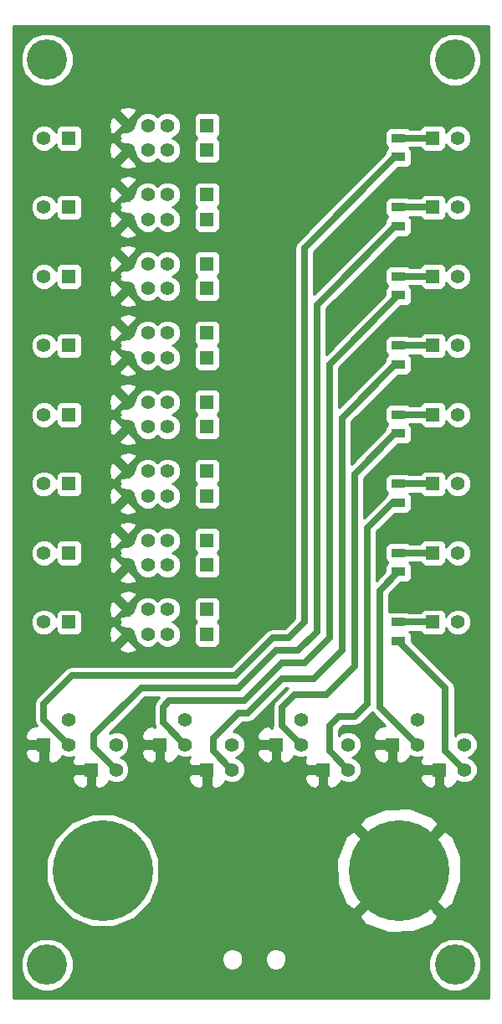
<source format=gbl>
G04 (created by PCBNEW (2013-mar-13)-testing) date vie 02 ago 2013 12:29:19 CEST*
%MOIN*%
G04 Gerber Fmt 3.4, Leading zero omitted, Abs format*
%FSLAX34Y34*%
G01*
G70*
G90*
G04 APERTURE LIST*
%ADD10C,0.005906*%
%ADD11R,0.055000X0.055000*%
%ADD12C,0.055000*%
%ADD13C,0.400000*%
%ADD14R,0.055000X0.035000*%
%ADD15C,0.160000*%
%ADD16C,0.025000*%
%ADD17C,0.010000*%
G04 APERTURE END LIST*
G54D10*
G54D11*
X37500Y-28000D03*
G54D12*
X35925Y-28000D03*
X35137Y-28000D03*
X34350Y-28000D03*
G54D11*
X37500Y-28984D03*
G54D12*
X35925Y-28984D03*
X35137Y-28984D03*
X34350Y-28984D03*
G54D13*
X45150Y-57625D03*
X33350Y-57625D03*
G54D11*
X46500Y-28500D03*
G54D12*
X47500Y-28500D03*
G54D11*
X46500Y-31250D03*
G54D12*
X47500Y-31250D03*
G54D11*
X46500Y-34000D03*
G54D12*
X47500Y-34000D03*
G54D11*
X46500Y-36750D03*
G54D12*
X47500Y-36750D03*
G54D11*
X46500Y-39500D03*
G54D12*
X47500Y-39500D03*
G54D11*
X46500Y-42250D03*
G54D12*
X47500Y-42250D03*
G54D11*
X46500Y-45000D03*
G54D12*
X47500Y-45000D03*
G54D11*
X46500Y-47750D03*
G54D12*
X47500Y-47750D03*
G54D11*
X32000Y-28500D03*
G54D12*
X31000Y-28500D03*
G54D11*
X32000Y-31250D03*
G54D12*
X31000Y-31250D03*
G54D11*
X32000Y-34000D03*
G54D12*
X31000Y-34000D03*
G54D11*
X32000Y-36750D03*
G54D12*
X31000Y-36750D03*
G54D11*
X32000Y-39500D03*
G54D12*
X31000Y-39500D03*
G54D11*
X32000Y-42250D03*
G54D12*
X31000Y-42250D03*
G54D11*
X32000Y-45000D03*
G54D12*
X31000Y-45000D03*
G54D11*
X32000Y-47750D03*
G54D12*
X31000Y-47750D03*
G54D14*
X45125Y-28500D03*
X45125Y-29250D03*
X45125Y-31250D03*
X45125Y-32000D03*
X45125Y-34000D03*
X45125Y-34750D03*
X45125Y-36750D03*
X45125Y-37500D03*
X45125Y-39500D03*
X45125Y-40250D03*
X45125Y-42250D03*
X45125Y-43000D03*
X45125Y-45000D03*
X45125Y-45750D03*
X45125Y-47750D03*
X45125Y-48500D03*
G54D11*
X37500Y-30750D03*
G54D12*
X35925Y-30750D03*
X35137Y-30750D03*
X34350Y-30750D03*
G54D11*
X37500Y-31734D03*
G54D12*
X35925Y-31734D03*
X35137Y-31734D03*
X34350Y-31734D03*
G54D11*
X37500Y-33500D03*
G54D12*
X35925Y-33500D03*
X35137Y-33500D03*
X34350Y-33500D03*
G54D11*
X37500Y-34484D03*
G54D12*
X35925Y-34484D03*
X35137Y-34484D03*
X34350Y-34484D03*
G54D11*
X37500Y-36250D03*
G54D12*
X35925Y-36250D03*
X35137Y-36250D03*
X34350Y-36250D03*
G54D11*
X37500Y-37234D03*
G54D12*
X35925Y-37234D03*
X35137Y-37234D03*
X34350Y-37234D03*
G54D11*
X37500Y-39000D03*
G54D12*
X35925Y-39000D03*
X35137Y-39000D03*
X34350Y-39000D03*
G54D11*
X37500Y-39984D03*
G54D12*
X35925Y-39984D03*
X35137Y-39984D03*
X34350Y-39984D03*
G54D11*
X37500Y-41750D03*
G54D12*
X35925Y-41750D03*
X35137Y-41750D03*
X34350Y-41750D03*
G54D11*
X37500Y-42734D03*
G54D12*
X35925Y-42734D03*
X35137Y-42734D03*
X34350Y-42734D03*
G54D11*
X37500Y-44500D03*
G54D12*
X35925Y-44500D03*
X35137Y-44500D03*
X34350Y-44500D03*
G54D11*
X37500Y-45484D03*
G54D12*
X35925Y-45484D03*
X35137Y-45484D03*
X34350Y-45484D03*
G54D11*
X37500Y-47250D03*
G54D12*
X35925Y-47250D03*
X35137Y-47250D03*
X34350Y-47250D03*
G54D11*
X37500Y-48234D03*
G54D12*
X35925Y-48234D03*
X35137Y-48234D03*
X34350Y-48234D03*
G54D15*
X31125Y-61375D03*
X47375Y-25375D03*
X31125Y-25375D03*
X47375Y-61375D03*
G54D11*
X31000Y-52625D03*
G54D12*
X32000Y-52625D03*
X32000Y-51625D03*
G54D11*
X32875Y-53625D03*
G54D12*
X33875Y-53625D03*
X33875Y-52625D03*
G54D11*
X35625Y-52625D03*
G54D12*
X36625Y-52625D03*
X36625Y-51625D03*
G54D11*
X37500Y-53625D03*
G54D12*
X38500Y-53625D03*
X38500Y-52625D03*
G54D11*
X40250Y-52625D03*
G54D12*
X41250Y-52625D03*
X41250Y-51625D03*
G54D11*
X42125Y-53625D03*
G54D12*
X43125Y-53625D03*
X43125Y-52625D03*
G54D11*
X44875Y-52625D03*
G54D12*
X45875Y-52625D03*
X45875Y-51625D03*
G54D11*
X46750Y-53625D03*
G54D12*
X47750Y-53625D03*
X47750Y-52625D03*
G54D16*
X46500Y-47750D02*
X45125Y-47750D01*
X47750Y-53625D02*
X47000Y-52875D01*
X47000Y-50375D02*
X45125Y-48500D01*
X47000Y-52875D02*
X47000Y-50375D01*
X46500Y-31250D02*
X45125Y-31250D01*
X35750Y-51125D02*
X35750Y-51750D01*
X45125Y-34750D02*
X42375Y-37500D01*
X36000Y-50875D02*
X35750Y-51125D01*
X39000Y-50875D02*
X36000Y-50875D01*
X40500Y-49375D02*
X39000Y-50875D01*
X41375Y-49375D02*
X40500Y-49375D01*
X42375Y-48375D02*
X41375Y-49375D01*
X42375Y-37500D02*
X42375Y-48375D01*
X35750Y-51750D02*
X36625Y-52625D01*
X46500Y-34000D02*
X45125Y-34000D01*
X35125Y-50375D02*
X34875Y-50375D01*
X45125Y-32000D02*
X45000Y-32000D01*
X38750Y-50375D02*
X35125Y-50375D01*
X40250Y-48875D02*
X38750Y-50375D01*
X41125Y-48875D02*
X40250Y-48875D01*
X41875Y-48125D02*
X41125Y-48875D01*
X41875Y-35125D02*
X41875Y-48125D01*
X45000Y-32000D02*
X41875Y-35125D01*
X33000Y-52750D02*
X33875Y-53625D01*
X33000Y-52250D02*
X33000Y-52750D01*
X34875Y-50375D02*
X33000Y-52250D01*
X40750Y-50000D02*
X40500Y-50000D01*
X45000Y-37500D02*
X42875Y-39625D01*
X42875Y-39625D02*
X42875Y-48875D01*
X42875Y-48875D02*
X41750Y-50000D01*
X41750Y-50000D02*
X40750Y-50000D01*
X45125Y-37500D02*
X45000Y-37500D01*
X37750Y-52875D02*
X38500Y-53625D01*
X37750Y-52375D02*
X37750Y-52875D01*
X38750Y-51375D02*
X37750Y-52375D01*
X39125Y-51375D02*
X38750Y-51375D01*
X40500Y-50000D02*
X39125Y-51375D01*
X46500Y-36750D02*
X45125Y-36750D01*
X32000Y-52625D02*
X31000Y-51625D01*
X45000Y-29250D02*
X45125Y-29250D01*
X41375Y-32875D02*
X41375Y-47750D01*
X45000Y-29250D02*
X41375Y-32875D01*
X41375Y-47750D02*
X40750Y-48375D01*
X40750Y-48375D02*
X40125Y-48375D01*
X40125Y-48375D02*
X38625Y-49875D01*
X38625Y-49875D02*
X32125Y-49875D01*
X32125Y-49875D02*
X31000Y-51000D01*
X31000Y-51000D02*
X31000Y-51625D01*
X46500Y-28500D02*
X45125Y-28500D01*
X45875Y-52625D02*
X44375Y-51125D01*
X44375Y-46500D02*
X44375Y-50750D01*
X44375Y-46500D02*
X45125Y-45750D01*
X44375Y-51125D02*
X44375Y-50750D01*
X46500Y-45000D02*
X45125Y-45000D01*
X46500Y-42250D02*
X45125Y-42250D01*
X43875Y-51000D02*
X43375Y-51500D01*
X43875Y-44000D02*
X43875Y-51000D01*
X44875Y-43000D02*
X43875Y-44000D01*
X45125Y-43000D02*
X44875Y-43000D01*
X42375Y-52875D02*
X43125Y-53625D01*
X42375Y-51875D02*
X42375Y-52875D01*
X42750Y-51500D02*
X42375Y-51875D01*
X43375Y-51500D02*
X42750Y-51500D01*
X46500Y-39500D02*
X45125Y-39500D01*
X41250Y-52625D02*
X40500Y-51875D01*
X45000Y-40250D02*
X43375Y-41875D01*
X43375Y-41875D02*
X43375Y-49500D01*
X43375Y-49500D02*
X42250Y-50625D01*
X42250Y-50625D02*
X41000Y-50625D01*
X41000Y-50625D02*
X40500Y-51125D01*
X40500Y-51125D02*
X40500Y-51625D01*
X45000Y-40250D02*
X45125Y-40250D01*
X40500Y-51875D02*
X40500Y-51625D01*
G54D10*
G36*
X48720Y-62720D02*
X48425Y-62720D01*
X48425Y-61167D01*
X48425Y-25167D01*
X48265Y-24780D01*
X47970Y-24485D01*
X47584Y-24325D01*
X47167Y-24324D01*
X46780Y-24484D01*
X46485Y-24779D01*
X46325Y-25165D01*
X46324Y-25582D01*
X46484Y-25969D01*
X46779Y-26264D01*
X47165Y-26424D01*
X47582Y-26425D01*
X47969Y-26265D01*
X48264Y-25970D01*
X48424Y-25584D01*
X48425Y-25167D01*
X48425Y-61167D01*
X48275Y-60803D01*
X48275Y-53521D01*
X48195Y-53328D01*
X48047Y-53180D01*
X47914Y-53124D01*
X48047Y-53070D01*
X48194Y-52922D01*
X48274Y-52729D01*
X48275Y-52521D01*
X48195Y-52328D01*
X48047Y-52180D01*
X47854Y-52100D01*
X47646Y-52099D01*
X47453Y-52179D01*
X47375Y-52257D01*
X47375Y-50375D01*
X47346Y-50231D01*
X47265Y-50109D01*
X45650Y-48494D01*
X45650Y-48275D01*
X45611Y-48183D01*
X45553Y-48125D01*
X45995Y-48125D01*
X46013Y-48166D01*
X46083Y-48236D01*
X46175Y-48275D01*
X46274Y-48275D01*
X46824Y-48275D01*
X46916Y-48236D01*
X46986Y-48166D01*
X47025Y-48074D01*
X47025Y-47975D01*
X47025Y-47975D01*
X47054Y-48047D01*
X47202Y-48194D01*
X47395Y-48274D01*
X47603Y-48275D01*
X47797Y-48195D01*
X47944Y-48047D01*
X48024Y-47854D01*
X48025Y-47646D01*
X47945Y-47453D01*
X47797Y-47305D01*
X47604Y-47225D01*
X47396Y-47224D01*
X47203Y-47304D01*
X47055Y-47452D01*
X47025Y-47524D01*
X47025Y-47425D01*
X46986Y-47333D01*
X46916Y-47263D01*
X46824Y-47225D01*
X46725Y-47225D01*
X46175Y-47225D01*
X46083Y-47263D01*
X46013Y-47333D01*
X45995Y-47375D01*
X45553Y-47375D01*
X45541Y-47363D01*
X45449Y-47325D01*
X45350Y-47325D01*
X44800Y-47325D01*
X44750Y-47345D01*
X44750Y-46655D01*
X45230Y-46175D01*
X45449Y-46175D01*
X45541Y-46136D01*
X45611Y-46066D01*
X45650Y-45974D01*
X45650Y-45875D01*
X45650Y-45525D01*
X45611Y-45433D01*
X45553Y-45375D01*
X45995Y-45375D01*
X46013Y-45416D01*
X46083Y-45486D01*
X46175Y-45525D01*
X46274Y-45525D01*
X46824Y-45525D01*
X46916Y-45486D01*
X46986Y-45416D01*
X47025Y-45324D01*
X47025Y-45225D01*
X47025Y-45225D01*
X47054Y-45297D01*
X47202Y-45444D01*
X47395Y-45524D01*
X47603Y-45525D01*
X47797Y-45445D01*
X47944Y-45297D01*
X48024Y-45104D01*
X48025Y-44896D01*
X47945Y-44703D01*
X47797Y-44555D01*
X47604Y-44475D01*
X47396Y-44474D01*
X47203Y-44554D01*
X47055Y-44702D01*
X47025Y-44774D01*
X47025Y-44675D01*
X46986Y-44583D01*
X46916Y-44513D01*
X46824Y-44475D01*
X46725Y-44475D01*
X46175Y-44475D01*
X46083Y-44513D01*
X46013Y-44583D01*
X45995Y-44625D01*
X45553Y-44625D01*
X45541Y-44613D01*
X45449Y-44575D01*
X45350Y-44575D01*
X44800Y-44575D01*
X44708Y-44613D01*
X44638Y-44683D01*
X44600Y-44775D01*
X44600Y-44874D01*
X44600Y-45224D01*
X44638Y-45316D01*
X44696Y-45375D01*
X44638Y-45433D01*
X44600Y-45525D01*
X44600Y-45624D01*
X44600Y-45744D01*
X44250Y-46094D01*
X44250Y-44155D01*
X44980Y-43425D01*
X45449Y-43425D01*
X45541Y-43386D01*
X45611Y-43316D01*
X45650Y-43224D01*
X45650Y-43125D01*
X45650Y-42775D01*
X45611Y-42683D01*
X45553Y-42625D01*
X45995Y-42625D01*
X46013Y-42666D01*
X46083Y-42736D01*
X46175Y-42775D01*
X46274Y-42775D01*
X46824Y-42775D01*
X46916Y-42736D01*
X46986Y-42666D01*
X47025Y-42574D01*
X47025Y-42475D01*
X47025Y-42475D01*
X47054Y-42547D01*
X47202Y-42694D01*
X47395Y-42774D01*
X47603Y-42775D01*
X47797Y-42695D01*
X47944Y-42547D01*
X48024Y-42354D01*
X48025Y-42146D01*
X47945Y-41953D01*
X47797Y-41805D01*
X47604Y-41725D01*
X47396Y-41724D01*
X47203Y-41804D01*
X47055Y-41952D01*
X47025Y-42024D01*
X47025Y-41925D01*
X46986Y-41833D01*
X46916Y-41763D01*
X46824Y-41725D01*
X46725Y-41725D01*
X46175Y-41725D01*
X46083Y-41763D01*
X46013Y-41833D01*
X45995Y-41875D01*
X45553Y-41875D01*
X45541Y-41863D01*
X45449Y-41825D01*
X45350Y-41825D01*
X44800Y-41825D01*
X44708Y-41863D01*
X44638Y-41933D01*
X44600Y-42025D01*
X44600Y-42124D01*
X44600Y-42474D01*
X44638Y-42566D01*
X44696Y-42625D01*
X44638Y-42683D01*
X44619Y-42728D01*
X44609Y-42734D01*
X43750Y-43594D01*
X43750Y-42030D01*
X45105Y-40675D01*
X45449Y-40675D01*
X45541Y-40636D01*
X45611Y-40566D01*
X45650Y-40474D01*
X45650Y-40375D01*
X45650Y-40025D01*
X45611Y-39933D01*
X45553Y-39875D01*
X45995Y-39875D01*
X46013Y-39916D01*
X46083Y-39986D01*
X46175Y-40025D01*
X46274Y-40025D01*
X46824Y-40025D01*
X46916Y-39986D01*
X46986Y-39916D01*
X47025Y-39824D01*
X47025Y-39725D01*
X47025Y-39725D01*
X47054Y-39797D01*
X47202Y-39944D01*
X47395Y-40024D01*
X47603Y-40025D01*
X47797Y-39945D01*
X47944Y-39797D01*
X48024Y-39604D01*
X48025Y-39396D01*
X47945Y-39203D01*
X47797Y-39055D01*
X47604Y-38975D01*
X47396Y-38974D01*
X47203Y-39054D01*
X47055Y-39202D01*
X47025Y-39274D01*
X47025Y-39175D01*
X46986Y-39083D01*
X46916Y-39013D01*
X46824Y-38975D01*
X46725Y-38975D01*
X46175Y-38975D01*
X46083Y-39013D01*
X46013Y-39083D01*
X45995Y-39125D01*
X45553Y-39125D01*
X45541Y-39113D01*
X45449Y-39075D01*
X45350Y-39075D01*
X44800Y-39075D01*
X44708Y-39113D01*
X44638Y-39183D01*
X44600Y-39275D01*
X44600Y-39374D01*
X44600Y-39724D01*
X44638Y-39816D01*
X44696Y-39875D01*
X44638Y-39933D01*
X44600Y-40025D01*
X44600Y-40119D01*
X43250Y-41469D01*
X43250Y-39780D01*
X45105Y-37925D01*
X45449Y-37925D01*
X45541Y-37886D01*
X45611Y-37816D01*
X45650Y-37724D01*
X45650Y-37625D01*
X45650Y-37275D01*
X45611Y-37183D01*
X45553Y-37125D01*
X45995Y-37125D01*
X46013Y-37166D01*
X46083Y-37236D01*
X46175Y-37275D01*
X46274Y-37275D01*
X46824Y-37275D01*
X46916Y-37236D01*
X46986Y-37166D01*
X47025Y-37074D01*
X47025Y-36975D01*
X47025Y-36975D01*
X47054Y-37047D01*
X47202Y-37194D01*
X47395Y-37274D01*
X47603Y-37275D01*
X47797Y-37195D01*
X47944Y-37047D01*
X48024Y-36854D01*
X48025Y-36646D01*
X47945Y-36453D01*
X47797Y-36305D01*
X47604Y-36225D01*
X47396Y-36224D01*
X47203Y-36304D01*
X47055Y-36452D01*
X47025Y-36524D01*
X47025Y-36425D01*
X46986Y-36333D01*
X46916Y-36263D01*
X46824Y-36225D01*
X46725Y-36225D01*
X46175Y-36225D01*
X46083Y-36263D01*
X46013Y-36333D01*
X45995Y-36375D01*
X45553Y-36375D01*
X45541Y-36363D01*
X45449Y-36325D01*
X45350Y-36325D01*
X44800Y-36325D01*
X44708Y-36363D01*
X44638Y-36433D01*
X44600Y-36525D01*
X44600Y-36624D01*
X44600Y-36974D01*
X44638Y-37066D01*
X44696Y-37125D01*
X44638Y-37183D01*
X44600Y-37275D01*
X44600Y-37369D01*
X42750Y-39219D01*
X42750Y-37655D01*
X45230Y-35175D01*
X45449Y-35175D01*
X45541Y-35136D01*
X45611Y-35066D01*
X45650Y-34974D01*
X45650Y-34875D01*
X45650Y-34525D01*
X45611Y-34433D01*
X45553Y-34375D01*
X45995Y-34375D01*
X46013Y-34416D01*
X46083Y-34486D01*
X46175Y-34525D01*
X46274Y-34525D01*
X46824Y-34525D01*
X46916Y-34486D01*
X46986Y-34416D01*
X47025Y-34324D01*
X47025Y-34225D01*
X47025Y-34225D01*
X47054Y-34297D01*
X47202Y-34444D01*
X47395Y-34524D01*
X47603Y-34525D01*
X47797Y-34445D01*
X47944Y-34297D01*
X48024Y-34104D01*
X48025Y-33896D01*
X47945Y-33703D01*
X47797Y-33555D01*
X47604Y-33475D01*
X47396Y-33474D01*
X47203Y-33554D01*
X47055Y-33702D01*
X47025Y-33774D01*
X47025Y-33675D01*
X46986Y-33583D01*
X46916Y-33513D01*
X46824Y-33475D01*
X46725Y-33475D01*
X46175Y-33475D01*
X46083Y-33513D01*
X46013Y-33583D01*
X45995Y-33625D01*
X45553Y-33625D01*
X45541Y-33613D01*
X45449Y-33575D01*
X45350Y-33575D01*
X44800Y-33575D01*
X44708Y-33613D01*
X44638Y-33683D01*
X44600Y-33775D01*
X44600Y-33874D01*
X44600Y-34224D01*
X44638Y-34316D01*
X44696Y-34375D01*
X44638Y-34433D01*
X44600Y-34525D01*
X44600Y-34624D01*
X44600Y-34744D01*
X42250Y-37094D01*
X42250Y-35280D01*
X45105Y-32425D01*
X45449Y-32425D01*
X45541Y-32386D01*
X45611Y-32316D01*
X45650Y-32224D01*
X45650Y-32125D01*
X45650Y-31775D01*
X45611Y-31683D01*
X45553Y-31625D01*
X45995Y-31625D01*
X46013Y-31666D01*
X46083Y-31736D01*
X46175Y-31775D01*
X46274Y-31775D01*
X46824Y-31775D01*
X46916Y-31736D01*
X46986Y-31666D01*
X47025Y-31574D01*
X47025Y-31475D01*
X47025Y-31475D01*
X47054Y-31547D01*
X47202Y-31694D01*
X47395Y-31774D01*
X47603Y-31775D01*
X47797Y-31695D01*
X47944Y-31547D01*
X48024Y-31354D01*
X48025Y-31146D01*
X47945Y-30953D01*
X47797Y-30805D01*
X47604Y-30725D01*
X47396Y-30724D01*
X47203Y-30804D01*
X47055Y-30952D01*
X47025Y-31024D01*
X47025Y-30925D01*
X46986Y-30833D01*
X46916Y-30763D01*
X46824Y-30725D01*
X46725Y-30725D01*
X46175Y-30725D01*
X46083Y-30763D01*
X46013Y-30833D01*
X45995Y-30875D01*
X45553Y-30875D01*
X45541Y-30863D01*
X45449Y-30825D01*
X45350Y-30825D01*
X44800Y-30825D01*
X44708Y-30863D01*
X44638Y-30933D01*
X44600Y-31025D01*
X44600Y-31124D01*
X44600Y-31474D01*
X44638Y-31566D01*
X44696Y-31625D01*
X44638Y-31683D01*
X44600Y-31775D01*
X44600Y-31869D01*
X41750Y-34719D01*
X41750Y-33030D01*
X45105Y-29675D01*
X45449Y-29675D01*
X45541Y-29636D01*
X45611Y-29566D01*
X45650Y-29474D01*
X45650Y-29375D01*
X45650Y-29025D01*
X45611Y-28933D01*
X45553Y-28875D01*
X45995Y-28875D01*
X46013Y-28916D01*
X46083Y-28986D01*
X46175Y-29025D01*
X46274Y-29025D01*
X46824Y-29025D01*
X46916Y-28986D01*
X46986Y-28916D01*
X47025Y-28824D01*
X47025Y-28725D01*
X47025Y-28725D01*
X47054Y-28797D01*
X47202Y-28944D01*
X47395Y-29024D01*
X47603Y-29025D01*
X47797Y-28945D01*
X47944Y-28797D01*
X48024Y-28604D01*
X48025Y-28396D01*
X47945Y-28203D01*
X47797Y-28055D01*
X47604Y-27975D01*
X47396Y-27974D01*
X47203Y-28054D01*
X47055Y-28202D01*
X47025Y-28274D01*
X47025Y-28175D01*
X46986Y-28083D01*
X46916Y-28013D01*
X46824Y-27975D01*
X46725Y-27975D01*
X46175Y-27975D01*
X46083Y-28013D01*
X46013Y-28083D01*
X45995Y-28125D01*
X45553Y-28125D01*
X45541Y-28113D01*
X45449Y-28075D01*
X45350Y-28075D01*
X44800Y-28075D01*
X44708Y-28113D01*
X44638Y-28183D01*
X44600Y-28275D01*
X44600Y-28374D01*
X44600Y-28724D01*
X44638Y-28816D01*
X44696Y-28875D01*
X44638Y-28933D01*
X44600Y-29025D01*
X44600Y-29119D01*
X41109Y-32609D01*
X41028Y-32731D01*
X41000Y-32875D01*
X41000Y-47594D01*
X40594Y-48000D01*
X40125Y-48000D01*
X39981Y-48028D01*
X39859Y-48109D01*
X38469Y-49500D01*
X38025Y-49500D01*
X38025Y-48558D01*
X38025Y-48459D01*
X38025Y-47909D01*
X37986Y-47817D01*
X37916Y-47747D01*
X37904Y-47742D01*
X37916Y-47736D01*
X37986Y-47666D01*
X38025Y-47574D01*
X38025Y-47475D01*
X38025Y-46925D01*
X38025Y-45808D01*
X38025Y-45709D01*
X38025Y-45159D01*
X37986Y-45067D01*
X37916Y-44997D01*
X37904Y-44992D01*
X37916Y-44986D01*
X37986Y-44916D01*
X38025Y-44824D01*
X38025Y-44725D01*
X38025Y-44175D01*
X38025Y-43058D01*
X38025Y-42959D01*
X38025Y-42409D01*
X37986Y-42317D01*
X37916Y-42247D01*
X37904Y-42242D01*
X37916Y-42236D01*
X37986Y-42166D01*
X38025Y-42074D01*
X38025Y-41975D01*
X38025Y-41425D01*
X38025Y-40308D01*
X38025Y-40209D01*
X38025Y-39659D01*
X37986Y-39567D01*
X37916Y-39497D01*
X37904Y-39492D01*
X37916Y-39486D01*
X37986Y-39416D01*
X38025Y-39324D01*
X38025Y-39225D01*
X38025Y-38675D01*
X38025Y-37558D01*
X38025Y-37459D01*
X38025Y-36909D01*
X37986Y-36817D01*
X37916Y-36747D01*
X37904Y-36742D01*
X37916Y-36736D01*
X37986Y-36666D01*
X38025Y-36574D01*
X38025Y-36475D01*
X38025Y-35925D01*
X38025Y-34808D01*
X38025Y-34709D01*
X38025Y-34159D01*
X37986Y-34067D01*
X37916Y-33997D01*
X37904Y-33992D01*
X37916Y-33986D01*
X37986Y-33916D01*
X38025Y-33824D01*
X38025Y-33725D01*
X38025Y-33175D01*
X38025Y-32058D01*
X38025Y-31959D01*
X38025Y-31409D01*
X37986Y-31317D01*
X37916Y-31247D01*
X37904Y-31242D01*
X37916Y-31236D01*
X37986Y-31166D01*
X38025Y-31074D01*
X38025Y-30975D01*
X38025Y-30425D01*
X38025Y-29308D01*
X38025Y-29209D01*
X38025Y-28659D01*
X37986Y-28567D01*
X37916Y-28497D01*
X37904Y-28492D01*
X37916Y-28486D01*
X37986Y-28416D01*
X38025Y-28324D01*
X38025Y-28225D01*
X38025Y-27675D01*
X37986Y-27583D01*
X37916Y-27513D01*
X37824Y-27475D01*
X37725Y-27475D01*
X37175Y-27475D01*
X37083Y-27513D01*
X37013Y-27583D01*
X36975Y-27675D01*
X36975Y-27774D01*
X36975Y-28324D01*
X37013Y-28416D01*
X37083Y-28486D01*
X37095Y-28492D01*
X37083Y-28497D01*
X37013Y-28567D01*
X36975Y-28659D01*
X36975Y-28758D01*
X36975Y-29308D01*
X37013Y-29400D01*
X37083Y-29471D01*
X37175Y-29509D01*
X37274Y-29509D01*
X37824Y-29509D01*
X37916Y-29471D01*
X37986Y-29400D01*
X38025Y-29308D01*
X38025Y-30425D01*
X37986Y-30333D01*
X37916Y-30263D01*
X37824Y-30225D01*
X37725Y-30225D01*
X37175Y-30225D01*
X37083Y-30263D01*
X37013Y-30333D01*
X36975Y-30425D01*
X36975Y-30524D01*
X36975Y-31074D01*
X37013Y-31166D01*
X37083Y-31236D01*
X37095Y-31242D01*
X37083Y-31247D01*
X37013Y-31317D01*
X36975Y-31409D01*
X36975Y-31508D01*
X36975Y-32058D01*
X37013Y-32150D01*
X37083Y-32221D01*
X37175Y-32259D01*
X37274Y-32259D01*
X37824Y-32259D01*
X37916Y-32221D01*
X37986Y-32150D01*
X38025Y-32058D01*
X38025Y-33175D01*
X37986Y-33083D01*
X37916Y-33013D01*
X37824Y-32975D01*
X37725Y-32975D01*
X37175Y-32975D01*
X37083Y-33013D01*
X37013Y-33083D01*
X36975Y-33175D01*
X36975Y-33274D01*
X36975Y-33824D01*
X37013Y-33916D01*
X37083Y-33986D01*
X37095Y-33992D01*
X37083Y-33997D01*
X37013Y-34067D01*
X36975Y-34159D01*
X36975Y-34258D01*
X36975Y-34808D01*
X37013Y-34900D01*
X37083Y-34971D01*
X37175Y-35009D01*
X37274Y-35009D01*
X37824Y-35009D01*
X37916Y-34971D01*
X37986Y-34900D01*
X38025Y-34808D01*
X38025Y-35925D01*
X37986Y-35833D01*
X37916Y-35763D01*
X37824Y-35725D01*
X37725Y-35725D01*
X37175Y-35725D01*
X37083Y-35763D01*
X37013Y-35833D01*
X36975Y-35925D01*
X36975Y-36024D01*
X36975Y-36574D01*
X37013Y-36666D01*
X37083Y-36736D01*
X37095Y-36742D01*
X37083Y-36747D01*
X37013Y-36817D01*
X36975Y-36909D01*
X36975Y-37008D01*
X36975Y-37558D01*
X37013Y-37650D01*
X37083Y-37721D01*
X37175Y-37759D01*
X37274Y-37759D01*
X37824Y-37759D01*
X37916Y-37721D01*
X37986Y-37650D01*
X38025Y-37558D01*
X38025Y-38675D01*
X37986Y-38583D01*
X37916Y-38513D01*
X37824Y-38475D01*
X37725Y-38475D01*
X37175Y-38475D01*
X37083Y-38513D01*
X37013Y-38583D01*
X36975Y-38675D01*
X36975Y-38774D01*
X36975Y-39324D01*
X37013Y-39416D01*
X37083Y-39486D01*
X37095Y-39492D01*
X37083Y-39497D01*
X37013Y-39567D01*
X36975Y-39659D01*
X36975Y-39758D01*
X36975Y-40308D01*
X37013Y-40400D01*
X37083Y-40471D01*
X37175Y-40509D01*
X37274Y-40509D01*
X37824Y-40509D01*
X37916Y-40471D01*
X37986Y-40400D01*
X38025Y-40308D01*
X38025Y-41425D01*
X37986Y-41333D01*
X37916Y-41263D01*
X37824Y-41225D01*
X37725Y-41225D01*
X37175Y-41225D01*
X37083Y-41263D01*
X37013Y-41333D01*
X36975Y-41425D01*
X36975Y-41524D01*
X36975Y-42074D01*
X37013Y-42166D01*
X37083Y-42236D01*
X37095Y-42242D01*
X37083Y-42247D01*
X37013Y-42317D01*
X36975Y-42409D01*
X36975Y-42508D01*
X36975Y-43058D01*
X37013Y-43150D01*
X37083Y-43221D01*
X37175Y-43259D01*
X37274Y-43259D01*
X37824Y-43259D01*
X37916Y-43221D01*
X37986Y-43150D01*
X38025Y-43058D01*
X38025Y-44175D01*
X37986Y-44083D01*
X37916Y-44013D01*
X37824Y-43975D01*
X37725Y-43975D01*
X37175Y-43975D01*
X37083Y-44013D01*
X37013Y-44083D01*
X36975Y-44175D01*
X36975Y-44274D01*
X36975Y-44824D01*
X37013Y-44916D01*
X37083Y-44986D01*
X37095Y-44992D01*
X37083Y-44997D01*
X37013Y-45067D01*
X36975Y-45159D01*
X36975Y-45258D01*
X36975Y-45808D01*
X37013Y-45900D01*
X37083Y-45971D01*
X37175Y-46009D01*
X37274Y-46009D01*
X37824Y-46009D01*
X37916Y-45971D01*
X37986Y-45900D01*
X38025Y-45808D01*
X38025Y-46925D01*
X37986Y-46833D01*
X37916Y-46763D01*
X37824Y-46725D01*
X37725Y-46725D01*
X37175Y-46725D01*
X37083Y-46763D01*
X37013Y-46833D01*
X36975Y-46925D01*
X36975Y-47024D01*
X36975Y-47574D01*
X37013Y-47666D01*
X37083Y-47736D01*
X37095Y-47742D01*
X37083Y-47747D01*
X37013Y-47817D01*
X36975Y-47909D01*
X36975Y-48008D01*
X36975Y-48558D01*
X37013Y-48650D01*
X37083Y-48721D01*
X37175Y-48759D01*
X37274Y-48759D01*
X37824Y-48759D01*
X37916Y-48721D01*
X37986Y-48650D01*
X38025Y-48558D01*
X38025Y-49500D01*
X36450Y-49500D01*
X36450Y-48130D01*
X36370Y-47937D01*
X36222Y-47789D01*
X36108Y-47742D01*
X36222Y-47695D01*
X36370Y-47547D01*
X36450Y-47354D01*
X36450Y-47146D01*
X36450Y-45380D01*
X36370Y-45187D01*
X36222Y-45039D01*
X36108Y-44992D01*
X36222Y-44945D01*
X36370Y-44797D01*
X36450Y-44604D01*
X36450Y-44396D01*
X36450Y-42630D01*
X36370Y-42437D01*
X36222Y-42289D01*
X36108Y-42242D01*
X36222Y-42195D01*
X36370Y-42047D01*
X36450Y-41854D01*
X36450Y-41646D01*
X36450Y-39880D01*
X36370Y-39687D01*
X36222Y-39539D01*
X36108Y-39492D01*
X36222Y-39445D01*
X36370Y-39297D01*
X36450Y-39104D01*
X36450Y-38896D01*
X36450Y-37130D01*
X36370Y-36937D01*
X36222Y-36789D01*
X36108Y-36742D01*
X36222Y-36695D01*
X36370Y-36547D01*
X36450Y-36354D01*
X36450Y-36146D01*
X36450Y-34380D01*
X36370Y-34187D01*
X36222Y-34039D01*
X36108Y-33992D01*
X36222Y-33945D01*
X36370Y-33797D01*
X36450Y-33604D01*
X36450Y-33396D01*
X36450Y-31630D01*
X36370Y-31437D01*
X36222Y-31289D01*
X36108Y-31242D01*
X36222Y-31195D01*
X36370Y-31047D01*
X36450Y-30854D01*
X36450Y-30646D01*
X36450Y-28880D01*
X36370Y-28687D01*
X36222Y-28539D01*
X36108Y-28492D01*
X36222Y-28445D01*
X36370Y-28297D01*
X36450Y-28104D01*
X36450Y-27896D01*
X36370Y-27703D01*
X36222Y-27555D01*
X36030Y-27475D01*
X35821Y-27474D01*
X35628Y-27554D01*
X35531Y-27651D01*
X35435Y-27555D01*
X35242Y-27475D01*
X35033Y-27474D01*
X34840Y-27554D01*
X34699Y-27695D01*
X34699Y-27456D01*
X34681Y-27310D01*
X34392Y-27236D01*
X34096Y-27278D01*
X34019Y-27310D01*
X34001Y-27456D01*
X34350Y-27805D01*
X34699Y-27456D01*
X34699Y-27695D01*
X34692Y-27702D01*
X34612Y-27895D01*
X34612Y-27931D01*
X34544Y-28000D01*
X34568Y-28023D01*
X34373Y-28217D01*
X34350Y-28194D01*
X34313Y-28231D01*
X34155Y-28254D01*
X34155Y-28000D01*
X33806Y-27650D01*
X33660Y-27668D01*
X33586Y-27958D01*
X33628Y-28253D01*
X33660Y-28331D01*
X33806Y-28349D01*
X34155Y-28000D01*
X34155Y-28254D01*
X34096Y-28262D01*
X34019Y-28294D01*
X34001Y-28440D01*
X34052Y-28492D01*
X34001Y-28543D01*
X34019Y-28689D01*
X34308Y-28763D01*
X34322Y-28761D01*
X34350Y-28789D01*
X34373Y-28766D01*
X34568Y-28960D01*
X34544Y-28984D01*
X34612Y-29052D01*
X34612Y-29088D01*
X34692Y-29281D01*
X34840Y-29429D01*
X35032Y-29509D01*
X35241Y-29509D01*
X35434Y-29429D01*
X35531Y-29333D01*
X35627Y-29429D01*
X35820Y-29509D01*
X36029Y-29509D01*
X36222Y-29429D01*
X36370Y-29282D01*
X36450Y-29089D01*
X36450Y-28880D01*
X36450Y-30646D01*
X36370Y-30453D01*
X36222Y-30305D01*
X36030Y-30225D01*
X35821Y-30224D01*
X35628Y-30304D01*
X35531Y-30401D01*
X35435Y-30305D01*
X35242Y-30225D01*
X35033Y-30224D01*
X34840Y-30304D01*
X34699Y-30445D01*
X34699Y-30206D01*
X34699Y-29527D01*
X34350Y-29178D01*
X34155Y-29373D01*
X34155Y-28984D01*
X33806Y-28635D01*
X33660Y-28653D01*
X33586Y-28942D01*
X33628Y-29237D01*
X33660Y-29315D01*
X33806Y-29333D01*
X34155Y-28984D01*
X34155Y-29373D01*
X34001Y-29527D01*
X34019Y-29673D01*
X34308Y-29747D01*
X34603Y-29705D01*
X34681Y-29673D01*
X34699Y-29527D01*
X34699Y-30206D01*
X34681Y-30060D01*
X34392Y-29986D01*
X34096Y-30028D01*
X34019Y-30060D01*
X34001Y-30206D01*
X34350Y-30555D01*
X34699Y-30206D01*
X34699Y-30445D01*
X34692Y-30452D01*
X34612Y-30645D01*
X34612Y-30681D01*
X34544Y-30750D01*
X34568Y-30773D01*
X34373Y-30967D01*
X34350Y-30944D01*
X34313Y-30981D01*
X34155Y-31004D01*
X34155Y-30750D01*
X33806Y-30400D01*
X33660Y-30418D01*
X33586Y-30708D01*
X33628Y-31003D01*
X33660Y-31081D01*
X33806Y-31099D01*
X34155Y-30750D01*
X34155Y-31004D01*
X34096Y-31012D01*
X34019Y-31044D01*
X34001Y-31190D01*
X34052Y-31242D01*
X34001Y-31293D01*
X34019Y-31439D01*
X34308Y-31513D01*
X34322Y-31511D01*
X34350Y-31539D01*
X34373Y-31516D01*
X34568Y-31710D01*
X34544Y-31734D01*
X34612Y-31802D01*
X34612Y-31838D01*
X34692Y-32031D01*
X34840Y-32179D01*
X35032Y-32259D01*
X35241Y-32259D01*
X35434Y-32179D01*
X35531Y-32083D01*
X35627Y-32179D01*
X35820Y-32259D01*
X36029Y-32259D01*
X36222Y-32179D01*
X36370Y-32032D01*
X36450Y-31839D01*
X36450Y-31630D01*
X36450Y-33396D01*
X36370Y-33203D01*
X36222Y-33055D01*
X36030Y-32975D01*
X35821Y-32974D01*
X35628Y-33054D01*
X35531Y-33151D01*
X35435Y-33055D01*
X35242Y-32975D01*
X35033Y-32974D01*
X34840Y-33054D01*
X34699Y-33195D01*
X34699Y-32956D01*
X34699Y-32277D01*
X34350Y-31928D01*
X34155Y-32123D01*
X34155Y-31734D01*
X33806Y-31385D01*
X33660Y-31403D01*
X33586Y-31692D01*
X33628Y-31987D01*
X33660Y-32065D01*
X33806Y-32083D01*
X34155Y-31734D01*
X34155Y-32123D01*
X34001Y-32277D01*
X34019Y-32423D01*
X34308Y-32497D01*
X34603Y-32455D01*
X34681Y-32423D01*
X34699Y-32277D01*
X34699Y-32956D01*
X34681Y-32810D01*
X34392Y-32736D01*
X34096Y-32778D01*
X34019Y-32810D01*
X34001Y-32956D01*
X34350Y-33305D01*
X34699Y-32956D01*
X34699Y-33195D01*
X34692Y-33202D01*
X34612Y-33395D01*
X34612Y-33431D01*
X34544Y-33500D01*
X34568Y-33523D01*
X34373Y-33717D01*
X34350Y-33694D01*
X34313Y-33731D01*
X34155Y-33754D01*
X34155Y-33500D01*
X33806Y-33150D01*
X33660Y-33168D01*
X33586Y-33458D01*
X33628Y-33753D01*
X33660Y-33831D01*
X33806Y-33849D01*
X34155Y-33500D01*
X34155Y-33754D01*
X34096Y-33762D01*
X34019Y-33794D01*
X34001Y-33940D01*
X34052Y-33992D01*
X34001Y-34043D01*
X34019Y-34189D01*
X34308Y-34263D01*
X34322Y-34261D01*
X34350Y-34289D01*
X34373Y-34266D01*
X34568Y-34460D01*
X34544Y-34484D01*
X34612Y-34552D01*
X34612Y-34588D01*
X34692Y-34781D01*
X34840Y-34929D01*
X35032Y-35009D01*
X35241Y-35009D01*
X35434Y-34929D01*
X35531Y-34833D01*
X35627Y-34929D01*
X35820Y-35009D01*
X36029Y-35009D01*
X36222Y-34929D01*
X36370Y-34782D01*
X36450Y-34589D01*
X36450Y-34380D01*
X36450Y-36146D01*
X36370Y-35953D01*
X36222Y-35805D01*
X36030Y-35725D01*
X35821Y-35724D01*
X35628Y-35804D01*
X35531Y-35901D01*
X35435Y-35805D01*
X35242Y-35725D01*
X35033Y-35724D01*
X34840Y-35804D01*
X34699Y-35945D01*
X34699Y-35706D01*
X34699Y-35027D01*
X34350Y-34678D01*
X34155Y-34873D01*
X34155Y-34484D01*
X33806Y-34135D01*
X33660Y-34153D01*
X33586Y-34442D01*
X33628Y-34737D01*
X33660Y-34815D01*
X33806Y-34833D01*
X34155Y-34484D01*
X34155Y-34873D01*
X34001Y-35027D01*
X34019Y-35173D01*
X34308Y-35247D01*
X34603Y-35205D01*
X34681Y-35173D01*
X34699Y-35027D01*
X34699Y-35706D01*
X34681Y-35560D01*
X34392Y-35486D01*
X34096Y-35528D01*
X34019Y-35560D01*
X34001Y-35706D01*
X34350Y-36055D01*
X34699Y-35706D01*
X34699Y-35945D01*
X34692Y-35952D01*
X34612Y-36145D01*
X34612Y-36181D01*
X34544Y-36250D01*
X34568Y-36273D01*
X34373Y-36467D01*
X34350Y-36444D01*
X34313Y-36481D01*
X34155Y-36504D01*
X34155Y-36250D01*
X33806Y-35900D01*
X33660Y-35918D01*
X33586Y-36208D01*
X33628Y-36503D01*
X33660Y-36581D01*
X33806Y-36599D01*
X34155Y-36250D01*
X34155Y-36504D01*
X34096Y-36512D01*
X34019Y-36544D01*
X34001Y-36690D01*
X34052Y-36742D01*
X34001Y-36793D01*
X34019Y-36939D01*
X34308Y-37013D01*
X34322Y-37011D01*
X34350Y-37039D01*
X34373Y-37016D01*
X34568Y-37210D01*
X34544Y-37234D01*
X34612Y-37302D01*
X34612Y-37338D01*
X34692Y-37531D01*
X34840Y-37679D01*
X35032Y-37759D01*
X35241Y-37759D01*
X35434Y-37679D01*
X35531Y-37583D01*
X35627Y-37679D01*
X35820Y-37759D01*
X36029Y-37759D01*
X36222Y-37679D01*
X36370Y-37532D01*
X36450Y-37339D01*
X36450Y-37130D01*
X36450Y-38896D01*
X36370Y-38703D01*
X36222Y-38555D01*
X36030Y-38475D01*
X35821Y-38474D01*
X35628Y-38554D01*
X35531Y-38651D01*
X35435Y-38555D01*
X35242Y-38475D01*
X35033Y-38474D01*
X34840Y-38554D01*
X34699Y-38695D01*
X34699Y-38456D01*
X34699Y-37777D01*
X34350Y-37428D01*
X34155Y-37623D01*
X34155Y-37234D01*
X33806Y-36885D01*
X33660Y-36903D01*
X33586Y-37192D01*
X33628Y-37487D01*
X33660Y-37565D01*
X33806Y-37583D01*
X34155Y-37234D01*
X34155Y-37623D01*
X34001Y-37777D01*
X34019Y-37923D01*
X34308Y-37997D01*
X34603Y-37955D01*
X34681Y-37923D01*
X34699Y-37777D01*
X34699Y-38456D01*
X34681Y-38310D01*
X34392Y-38236D01*
X34096Y-38278D01*
X34019Y-38310D01*
X34001Y-38456D01*
X34350Y-38805D01*
X34699Y-38456D01*
X34699Y-38695D01*
X34692Y-38702D01*
X34612Y-38895D01*
X34612Y-38931D01*
X34544Y-39000D01*
X34568Y-39023D01*
X34373Y-39217D01*
X34350Y-39194D01*
X34313Y-39231D01*
X34155Y-39254D01*
X34155Y-39000D01*
X33806Y-38650D01*
X33660Y-38668D01*
X33586Y-38958D01*
X33628Y-39253D01*
X33660Y-39331D01*
X33806Y-39349D01*
X34155Y-39000D01*
X34155Y-39254D01*
X34096Y-39262D01*
X34019Y-39294D01*
X34001Y-39440D01*
X34052Y-39492D01*
X34001Y-39543D01*
X34019Y-39689D01*
X34308Y-39763D01*
X34322Y-39761D01*
X34350Y-39789D01*
X34373Y-39766D01*
X34568Y-39960D01*
X34544Y-39984D01*
X34612Y-40052D01*
X34612Y-40088D01*
X34692Y-40281D01*
X34840Y-40429D01*
X35032Y-40509D01*
X35241Y-40509D01*
X35434Y-40429D01*
X35531Y-40333D01*
X35627Y-40429D01*
X35820Y-40509D01*
X36029Y-40509D01*
X36222Y-40429D01*
X36370Y-40282D01*
X36450Y-40089D01*
X36450Y-39880D01*
X36450Y-41646D01*
X36370Y-41453D01*
X36222Y-41305D01*
X36030Y-41225D01*
X35821Y-41224D01*
X35628Y-41304D01*
X35531Y-41401D01*
X35435Y-41305D01*
X35242Y-41225D01*
X35033Y-41224D01*
X34840Y-41304D01*
X34699Y-41445D01*
X34699Y-41206D01*
X34699Y-40527D01*
X34350Y-40178D01*
X34155Y-40373D01*
X34155Y-39984D01*
X33806Y-39635D01*
X33660Y-39653D01*
X33586Y-39942D01*
X33628Y-40237D01*
X33660Y-40315D01*
X33806Y-40333D01*
X34155Y-39984D01*
X34155Y-40373D01*
X34001Y-40527D01*
X34019Y-40673D01*
X34308Y-40747D01*
X34603Y-40705D01*
X34681Y-40673D01*
X34699Y-40527D01*
X34699Y-41206D01*
X34681Y-41060D01*
X34392Y-40986D01*
X34096Y-41028D01*
X34019Y-41060D01*
X34001Y-41206D01*
X34350Y-41555D01*
X34699Y-41206D01*
X34699Y-41445D01*
X34692Y-41452D01*
X34612Y-41645D01*
X34612Y-41681D01*
X34544Y-41750D01*
X34568Y-41773D01*
X34373Y-41967D01*
X34350Y-41944D01*
X34313Y-41981D01*
X34155Y-42004D01*
X34155Y-41750D01*
X33806Y-41400D01*
X33660Y-41418D01*
X33586Y-41708D01*
X33628Y-42003D01*
X33660Y-42081D01*
X33806Y-42099D01*
X34155Y-41750D01*
X34155Y-42004D01*
X34096Y-42012D01*
X34019Y-42044D01*
X34001Y-42190D01*
X34052Y-42242D01*
X34001Y-42293D01*
X34019Y-42439D01*
X34308Y-42513D01*
X34322Y-42511D01*
X34350Y-42539D01*
X34373Y-42516D01*
X34568Y-42710D01*
X34544Y-42734D01*
X34612Y-42802D01*
X34612Y-42838D01*
X34692Y-43031D01*
X34840Y-43179D01*
X35032Y-43259D01*
X35241Y-43259D01*
X35434Y-43179D01*
X35531Y-43083D01*
X35627Y-43179D01*
X35820Y-43259D01*
X36029Y-43259D01*
X36222Y-43179D01*
X36370Y-43032D01*
X36450Y-42839D01*
X36450Y-42630D01*
X36450Y-44396D01*
X36370Y-44203D01*
X36222Y-44055D01*
X36030Y-43975D01*
X35821Y-43974D01*
X35628Y-44054D01*
X35531Y-44151D01*
X35435Y-44055D01*
X35242Y-43975D01*
X35033Y-43974D01*
X34840Y-44054D01*
X34699Y-44195D01*
X34699Y-43956D01*
X34699Y-43277D01*
X34350Y-42928D01*
X34155Y-43123D01*
X34155Y-42734D01*
X33806Y-42385D01*
X33660Y-42403D01*
X33586Y-42692D01*
X33628Y-42987D01*
X33660Y-43065D01*
X33806Y-43083D01*
X34155Y-42734D01*
X34155Y-43123D01*
X34001Y-43277D01*
X34019Y-43423D01*
X34308Y-43497D01*
X34603Y-43455D01*
X34681Y-43423D01*
X34699Y-43277D01*
X34699Y-43956D01*
X34681Y-43810D01*
X34392Y-43736D01*
X34096Y-43778D01*
X34019Y-43810D01*
X34001Y-43956D01*
X34350Y-44305D01*
X34699Y-43956D01*
X34699Y-44195D01*
X34692Y-44202D01*
X34612Y-44395D01*
X34612Y-44431D01*
X34544Y-44500D01*
X34568Y-44523D01*
X34373Y-44717D01*
X34350Y-44694D01*
X34313Y-44731D01*
X34155Y-44754D01*
X34155Y-44500D01*
X33806Y-44150D01*
X33660Y-44168D01*
X33586Y-44458D01*
X33628Y-44753D01*
X33660Y-44831D01*
X33806Y-44849D01*
X34155Y-44500D01*
X34155Y-44754D01*
X34096Y-44762D01*
X34019Y-44794D01*
X34001Y-44940D01*
X34052Y-44992D01*
X34001Y-45043D01*
X34019Y-45189D01*
X34308Y-45263D01*
X34322Y-45261D01*
X34350Y-45289D01*
X34373Y-45266D01*
X34568Y-45460D01*
X34544Y-45484D01*
X34612Y-45552D01*
X34612Y-45588D01*
X34692Y-45781D01*
X34840Y-45929D01*
X35032Y-46009D01*
X35241Y-46009D01*
X35434Y-45929D01*
X35531Y-45833D01*
X35627Y-45929D01*
X35820Y-46009D01*
X36029Y-46009D01*
X36222Y-45929D01*
X36370Y-45782D01*
X36450Y-45589D01*
X36450Y-45380D01*
X36450Y-47146D01*
X36370Y-46953D01*
X36222Y-46805D01*
X36030Y-46725D01*
X35821Y-46724D01*
X35628Y-46804D01*
X35531Y-46901D01*
X35435Y-46805D01*
X35242Y-46725D01*
X35033Y-46724D01*
X34840Y-46804D01*
X34699Y-46945D01*
X34699Y-46706D01*
X34699Y-46027D01*
X34350Y-45678D01*
X34155Y-45873D01*
X34155Y-45484D01*
X33806Y-45135D01*
X33660Y-45153D01*
X33586Y-45442D01*
X33628Y-45737D01*
X33660Y-45815D01*
X33806Y-45833D01*
X34155Y-45484D01*
X34155Y-45873D01*
X34001Y-46027D01*
X34019Y-46173D01*
X34308Y-46247D01*
X34603Y-46205D01*
X34681Y-46173D01*
X34699Y-46027D01*
X34699Y-46706D01*
X34681Y-46560D01*
X34392Y-46486D01*
X34096Y-46528D01*
X34019Y-46560D01*
X34001Y-46706D01*
X34350Y-47055D01*
X34699Y-46706D01*
X34699Y-46945D01*
X34692Y-46952D01*
X34612Y-47145D01*
X34612Y-47181D01*
X34544Y-47250D01*
X34568Y-47273D01*
X34373Y-47467D01*
X34350Y-47444D01*
X34313Y-47481D01*
X34155Y-47504D01*
X34155Y-47250D01*
X33806Y-46900D01*
X33660Y-46918D01*
X33586Y-47208D01*
X33628Y-47503D01*
X33660Y-47581D01*
X33806Y-47599D01*
X34155Y-47250D01*
X34155Y-47504D01*
X34096Y-47512D01*
X34019Y-47544D01*
X34001Y-47690D01*
X34052Y-47742D01*
X34001Y-47793D01*
X34019Y-47939D01*
X34308Y-48013D01*
X34322Y-48011D01*
X34350Y-48039D01*
X34373Y-48016D01*
X34568Y-48210D01*
X34544Y-48234D01*
X34612Y-48302D01*
X34612Y-48338D01*
X34692Y-48531D01*
X34840Y-48679D01*
X35032Y-48759D01*
X35241Y-48759D01*
X35434Y-48679D01*
X35531Y-48583D01*
X35627Y-48679D01*
X35820Y-48759D01*
X36029Y-48759D01*
X36222Y-48679D01*
X36370Y-48532D01*
X36450Y-48339D01*
X36450Y-48130D01*
X36450Y-49500D01*
X34699Y-49500D01*
X34699Y-48777D01*
X34350Y-48428D01*
X34155Y-48623D01*
X34155Y-48234D01*
X33806Y-47885D01*
X33660Y-47903D01*
X33586Y-48192D01*
X33628Y-48487D01*
X33660Y-48565D01*
X33806Y-48583D01*
X34155Y-48234D01*
X34155Y-48623D01*
X34001Y-48777D01*
X34019Y-48923D01*
X34308Y-48997D01*
X34603Y-48955D01*
X34681Y-48923D01*
X34699Y-48777D01*
X34699Y-49500D01*
X32525Y-49500D01*
X32525Y-48074D01*
X32525Y-47975D01*
X32525Y-47425D01*
X32525Y-45324D01*
X32525Y-45225D01*
X32525Y-44675D01*
X32525Y-42574D01*
X32525Y-42475D01*
X32525Y-41925D01*
X32525Y-39824D01*
X32525Y-39725D01*
X32525Y-39175D01*
X32525Y-37074D01*
X32525Y-36975D01*
X32525Y-36425D01*
X32525Y-34324D01*
X32525Y-34225D01*
X32525Y-33675D01*
X32525Y-31574D01*
X32525Y-31475D01*
X32525Y-30925D01*
X32525Y-28824D01*
X32525Y-28725D01*
X32525Y-28175D01*
X32486Y-28083D01*
X32416Y-28013D01*
X32324Y-27975D01*
X32225Y-27975D01*
X32175Y-27975D01*
X32175Y-25167D01*
X32015Y-24780D01*
X31720Y-24485D01*
X31334Y-24325D01*
X30917Y-24324D01*
X30530Y-24484D01*
X30235Y-24779D01*
X30075Y-25165D01*
X30074Y-25582D01*
X30234Y-25969D01*
X30529Y-26264D01*
X30915Y-26424D01*
X31332Y-26425D01*
X31719Y-26265D01*
X32014Y-25970D01*
X32174Y-25584D01*
X32175Y-25167D01*
X32175Y-27975D01*
X31675Y-27975D01*
X31583Y-28013D01*
X31513Y-28083D01*
X31475Y-28175D01*
X31475Y-28274D01*
X31475Y-28274D01*
X31445Y-28203D01*
X31297Y-28055D01*
X31104Y-27975D01*
X30896Y-27974D01*
X30703Y-28054D01*
X30555Y-28202D01*
X30475Y-28395D01*
X30474Y-28603D01*
X30554Y-28797D01*
X30702Y-28944D01*
X30895Y-29024D01*
X31103Y-29025D01*
X31297Y-28945D01*
X31444Y-28797D01*
X31475Y-28725D01*
X31475Y-28824D01*
X31513Y-28916D01*
X31583Y-28986D01*
X31675Y-29025D01*
X31774Y-29025D01*
X32324Y-29025D01*
X32416Y-28986D01*
X32486Y-28916D01*
X32525Y-28824D01*
X32525Y-30925D01*
X32486Y-30833D01*
X32416Y-30763D01*
X32324Y-30725D01*
X32225Y-30725D01*
X31675Y-30725D01*
X31583Y-30763D01*
X31513Y-30833D01*
X31475Y-30925D01*
X31475Y-31024D01*
X31475Y-31024D01*
X31445Y-30953D01*
X31297Y-30805D01*
X31104Y-30725D01*
X30896Y-30724D01*
X30703Y-30804D01*
X30555Y-30952D01*
X30475Y-31145D01*
X30474Y-31353D01*
X30554Y-31547D01*
X30702Y-31694D01*
X30895Y-31774D01*
X31103Y-31775D01*
X31297Y-31695D01*
X31444Y-31547D01*
X31475Y-31475D01*
X31475Y-31574D01*
X31513Y-31666D01*
X31583Y-31736D01*
X31675Y-31775D01*
X31774Y-31775D01*
X32324Y-31775D01*
X32416Y-31736D01*
X32486Y-31666D01*
X32525Y-31574D01*
X32525Y-33675D01*
X32486Y-33583D01*
X32416Y-33513D01*
X32324Y-33475D01*
X32225Y-33475D01*
X31675Y-33475D01*
X31583Y-33513D01*
X31513Y-33583D01*
X31475Y-33675D01*
X31475Y-33774D01*
X31475Y-33774D01*
X31445Y-33703D01*
X31297Y-33555D01*
X31104Y-33475D01*
X30896Y-33474D01*
X30703Y-33554D01*
X30555Y-33702D01*
X30475Y-33895D01*
X30474Y-34103D01*
X30554Y-34297D01*
X30702Y-34444D01*
X30895Y-34524D01*
X31103Y-34525D01*
X31297Y-34445D01*
X31444Y-34297D01*
X31475Y-34225D01*
X31475Y-34324D01*
X31513Y-34416D01*
X31583Y-34486D01*
X31675Y-34525D01*
X31774Y-34525D01*
X32324Y-34525D01*
X32416Y-34486D01*
X32486Y-34416D01*
X32525Y-34324D01*
X32525Y-36425D01*
X32486Y-36333D01*
X32416Y-36263D01*
X32324Y-36225D01*
X32225Y-36225D01*
X31675Y-36225D01*
X31583Y-36263D01*
X31513Y-36333D01*
X31475Y-36425D01*
X31475Y-36524D01*
X31475Y-36524D01*
X31445Y-36453D01*
X31297Y-36305D01*
X31104Y-36225D01*
X30896Y-36224D01*
X30703Y-36304D01*
X30555Y-36452D01*
X30475Y-36645D01*
X30474Y-36853D01*
X30554Y-37047D01*
X30702Y-37194D01*
X30895Y-37274D01*
X31103Y-37275D01*
X31297Y-37195D01*
X31444Y-37047D01*
X31475Y-36975D01*
X31475Y-37074D01*
X31513Y-37166D01*
X31583Y-37236D01*
X31675Y-37275D01*
X31774Y-37275D01*
X32324Y-37275D01*
X32416Y-37236D01*
X32486Y-37166D01*
X32525Y-37074D01*
X32525Y-39175D01*
X32486Y-39083D01*
X32416Y-39013D01*
X32324Y-38975D01*
X32225Y-38975D01*
X31675Y-38975D01*
X31583Y-39013D01*
X31513Y-39083D01*
X31475Y-39175D01*
X31475Y-39274D01*
X31475Y-39274D01*
X31445Y-39203D01*
X31297Y-39055D01*
X31104Y-38975D01*
X30896Y-38974D01*
X30703Y-39054D01*
X30555Y-39202D01*
X30475Y-39395D01*
X30474Y-39603D01*
X30554Y-39797D01*
X30702Y-39944D01*
X30895Y-40024D01*
X31103Y-40025D01*
X31297Y-39945D01*
X31444Y-39797D01*
X31475Y-39725D01*
X31475Y-39824D01*
X31513Y-39916D01*
X31583Y-39986D01*
X31675Y-40025D01*
X31774Y-40025D01*
X32324Y-40025D01*
X32416Y-39986D01*
X32486Y-39916D01*
X32525Y-39824D01*
X32525Y-41925D01*
X32486Y-41833D01*
X32416Y-41763D01*
X32324Y-41725D01*
X32225Y-41725D01*
X31675Y-41725D01*
X31583Y-41763D01*
X31513Y-41833D01*
X31475Y-41925D01*
X31475Y-42024D01*
X31475Y-42024D01*
X31445Y-41953D01*
X31297Y-41805D01*
X31104Y-41725D01*
X30896Y-41724D01*
X30703Y-41804D01*
X30555Y-41952D01*
X30475Y-42145D01*
X30474Y-42353D01*
X30554Y-42547D01*
X30702Y-42694D01*
X30895Y-42774D01*
X31103Y-42775D01*
X31297Y-42695D01*
X31444Y-42547D01*
X31475Y-42475D01*
X31475Y-42574D01*
X31513Y-42666D01*
X31583Y-42736D01*
X31675Y-42775D01*
X31774Y-42775D01*
X32324Y-42775D01*
X32416Y-42736D01*
X32486Y-42666D01*
X32525Y-42574D01*
X32525Y-44675D01*
X32486Y-44583D01*
X32416Y-44513D01*
X32324Y-44475D01*
X32225Y-44475D01*
X31675Y-44475D01*
X31583Y-44513D01*
X31513Y-44583D01*
X31475Y-44675D01*
X31475Y-44774D01*
X31475Y-44774D01*
X31445Y-44703D01*
X31297Y-44555D01*
X31104Y-44475D01*
X30896Y-44474D01*
X30703Y-44554D01*
X30555Y-44702D01*
X30475Y-44895D01*
X30474Y-45103D01*
X30554Y-45297D01*
X30702Y-45444D01*
X30895Y-45524D01*
X31103Y-45525D01*
X31297Y-45445D01*
X31444Y-45297D01*
X31475Y-45225D01*
X31475Y-45324D01*
X31513Y-45416D01*
X31583Y-45486D01*
X31675Y-45525D01*
X31774Y-45525D01*
X32324Y-45525D01*
X32416Y-45486D01*
X32486Y-45416D01*
X32525Y-45324D01*
X32525Y-47425D01*
X32486Y-47333D01*
X32416Y-47263D01*
X32324Y-47225D01*
X32225Y-47225D01*
X31675Y-47225D01*
X31583Y-47263D01*
X31513Y-47333D01*
X31475Y-47425D01*
X31475Y-47524D01*
X31475Y-47524D01*
X31445Y-47453D01*
X31297Y-47305D01*
X31104Y-47225D01*
X30896Y-47224D01*
X30703Y-47304D01*
X30555Y-47452D01*
X30475Y-47645D01*
X30474Y-47853D01*
X30554Y-48047D01*
X30702Y-48194D01*
X30895Y-48274D01*
X31103Y-48275D01*
X31297Y-48195D01*
X31444Y-48047D01*
X31475Y-47975D01*
X31475Y-48074D01*
X31513Y-48166D01*
X31583Y-48236D01*
X31675Y-48275D01*
X31774Y-48275D01*
X32324Y-48275D01*
X32416Y-48236D01*
X32486Y-48166D01*
X32525Y-48074D01*
X32525Y-49500D01*
X32125Y-49500D01*
X31981Y-49528D01*
X31859Y-49609D01*
X30734Y-50734D01*
X30653Y-50856D01*
X30625Y-51000D01*
X30625Y-51625D01*
X30653Y-51768D01*
X30724Y-51874D01*
X30630Y-51874D01*
X30455Y-51947D01*
X30322Y-52080D01*
X30249Y-52255D01*
X30249Y-52368D01*
X30368Y-52487D01*
X30862Y-52487D01*
X30862Y-52454D01*
X31137Y-52454D01*
X31137Y-52487D01*
X31170Y-52487D01*
X31170Y-52762D01*
X31137Y-52762D01*
X31137Y-53256D01*
X31256Y-53375D01*
X31369Y-53375D01*
X31544Y-53302D01*
X31677Y-53169D01*
X31716Y-53075D01*
X31895Y-53149D01*
X32103Y-53150D01*
X32181Y-53117D01*
X32124Y-53255D01*
X32124Y-53368D01*
X32243Y-53487D01*
X32737Y-53487D01*
X32737Y-53454D01*
X33012Y-53454D01*
X33012Y-53487D01*
X33045Y-53487D01*
X33045Y-53762D01*
X33012Y-53762D01*
X33012Y-54256D01*
X33131Y-54375D01*
X33244Y-54375D01*
X33419Y-54302D01*
X33552Y-54169D01*
X33591Y-54075D01*
X33770Y-54149D01*
X33978Y-54150D01*
X34172Y-54070D01*
X34319Y-53922D01*
X34399Y-53729D01*
X34400Y-53521D01*
X34320Y-53328D01*
X34172Y-53180D01*
X34039Y-53124D01*
X34172Y-53070D01*
X34319Y-52922D01*
X34399Y-52729D01*
X34400Y-52521D01*
X34320Y-52328D01*
X34172Y-52180D01*
X33979Y-52100D01*
X33771Y-52099D01*
X33616Y-52163D01*
X35030Y-50750D01*
X35125Y-50750D01*
X35594Y-50750D01*
X35484Y-50859D01*
X35403Y-50981D01*
X35375Y-51125D01*
X35375Y-51750D01*
X35403Y-51893D01*
X35436Y-51942D01*
X35368Y-51874D01*
X35255Y-51874D01*
X35080Y-51947D01*
X34947Y-52080D01*
X34874Y-52255D01*
X34874Y-52368D01*
X34993Y-52487D01*
X35487Y-52487D01*
X35487Y-52454D01*
X35762Y-52454D01*
X35762Y-52487D01*
X35795Y-52487D01*
X35795Y-52762D01*
X35762Y-52762D01*
X35762Y-53256D01*
X35881Y-53375D01*
X35994Y-53375D01*
X36169Y-53302D01*
X36302Y-53169D01*
X36341Y-53075D01*
X36520Y-53149D01*
X36728Y-53150D01*
X36806Y-53117D01*
X36749Y-53255D01*
X36749Y-53368D01*
X36868Y-53487D01*
X37362Y-53487D01*
X37362Y-53454D01*
X37637Y-53454D01*
X37637Y-53487D01*
X37670Y-53487D01*
X37670Y-53762D01*
X37637Y-53762D01*
X37637Y-54256D01*
X37756Y-54375D01*
X37869Y-54375D01*
X38044Y-54302D01*
X38177Y-54169D01*
X38216Y-54075D01*
X38395Y-54149D01*
X38603Y-54150D01*
X38797Y-54070D01*
X38944Y-53922D01*
X39024Y-53729D01*
X39025Y-53521D01*
X38945Y-53328D01*
X38797Y-53180D01*
X38664Y-53124D01*
X38797Y-53070D01*
X38944Y-52922D01*
X39024Y-52729D01*
X39025Y-52521D01*
X38945Y-52328D01*
X38797Y-52180D01*
X38604Y-52100D01*
X38555Y-52100D01*
X38905Y-51750D01*
X39125Y-51750D01*
X39268Y-51721D01*
X39390Y-51640D01*
X40655Y-50375D01*
X40719Y-50375D01*
X40234Y-50859D01*
X40153Y-50981D01*
X40125Y-51125D01*
X40125Y-51625D01*
X40125Y-51874D01*
X40087Y-51874D01*
X40087Y-51968D01*
X39993Y-51874D01*
X39880Y-51874D01*
X39705Y-51947D01*
X39572Y-52080D01*
X39499Y-52255D01*
X39499Y-52368D01*
X39618Y-52487D01*
X40112Y-52487D01*
X40112Y-52454D01*
X40387Y-52454D01*
X40387Y-52487D01*
X40420Y-52487D01*
X40420Y-52762D01*
X40387Y-52762D01*
X40387Y-53256D01*
X40506Y-53375D01*
X40619Y-53375D01*
X40794Y-53302D01*
X40927Y-53169D01*
X40966Y-53075D01*
X41145Y-53149D01*
X41353Y-53150D01*
X41431Y-53117D01*
X41374Y-53255D01*
X41374Y-53368D01*
X41493Y-53487D01*
X41987Y-53487D01*
X41987Y-53454D01*
X42262Y-53454D01*
X42262Y-53487D01*
X42295Y-53487D01*
X42295Y-53762D01*
X42262Y-53762D01*
X42262Y-54256D01*
X42381Y-54375D01*
X42494Y-54375D01*
X42669Y-54302D01*
X42802Y-54169D01*
X42841Y-54075D01*
X43020Y-54149D01*
X43228Y-54150D01*
X43422Y-54070D01*
X43569Y-53922D01*
X43649Y-53729D01*
X43650Y-53521D01*
X43570Y-53328D01*
X43422Y-53180D01*
X43289Y-53124D01*
X43422Y-53070D01*
X43569Y-52922D01*
X43649Y-52729D01*
X43650Y-52521D01*
X43570Y-52328D01*
X43422Y-52180D01*
X43229Y-52100D01*
X43021Y-52099D01*
X42828Y-52179D01*
X42750Y-52257D01*
X42750Y-52030D01*
X42905Y-51875D01*
X43375Y-51875D01*
X43518Y-51846D01*
X43640Y-51765D01*
X44071Y-51333D01*
X44109Y-51390D01*
X44594Y-51874D01*
X44505Y-51874D01*
X44330Y-51947D01*
X44197Y-52080D01*
X44124Y-52255D01*
X44124Y-52368D01*
X44243Y-52487D01*
X44737Y-52487D01*
X44737Y-52454D01*
X45012Y-52454D01*
X45012Y-52487D01*
X45045Y-52487D01*
X45045Y-52762D01*
X45012Y-52762D01*
X45012Y-53256D01*
X45131Y-53375D01*
X45244Y-53375D01*
X45419Y-53302D01*
X45552Y-53169D01*
X45591Y-53075D01*
X45770Y-53149D01*
X45978Y-53150D01*
X46056Y-53117D01*
X45999Y-53255D01*
X45999Y-53368D01*
X46118Y-53487D01*
X46612Y-53487D01*
X46612Y-53454D01*
X46887Y-53454D01*
X46887Y-53487D01*
X46920Y-53487D01*
X46920Y-53762D01*
X46887Y-53762D01*
X46887Y-54256D01*
X47006Y-54375D01*
X47119Y-54375D01*
X47294Y-54302D01*
X47427Y-54169D01*
X47466Y-54075D01*
X47645Y-54149D01*
X47853Y-54150D01*
X48047Y-54070D01*
X48194Y-53922D01*
X48274Y-53729D01*
X48275Y-53521D01*
X48275Y-60803D01*
X48265Y-60780D01*
X47970Y-60485D01*
X47636Y-60346D01*
X47636Y-58054D01*
X47612Y-57070D01*
X47283Y-56276D01*
X46961Y-56043D01*
X46731Y-56273D01*
X46731Y-55813D01*
X46612Y-55648D01*
X46612Y-54256D01*
X46612Y-53762D01*
X46118Y-53762D01*
X45999Y-53881D01*
X45999Y-53994D01*
X46072Y-54169D01*
X46205Y-54302D01*
X46380Y-54375D01*
X46493Y-54375D01*
X46612Y-54256D01*
X46612Y-55648D01*
X46498Y-55491D01*
X45579Y-55138D01*
X44737Y-55159D01*
X44737Y-53256D01*
X44737Y-52762D01*
X44243Y-52762D01*
X44124Y-52881D01*
X44124Y-52994D01*
X44197Y-53169D01*
X44330Y-53302D01*
X44505Y-53375D01*
X44618Y-53375D01*
X44737Y-53256D01*
X44737Y-55159D01*
X44595Y-55162D01*
X43801Y-55491D01*
X43568Y-55813D01*
X45150Y-57395D01*
X46731Y-55813D01*
X46731Y-56273D01*
X45379Y-57625D01*
X46961Y-59206D01*
X47283Y-58973D01*
X47636Y-58054D01*
X47636Y-60346D01*
X47584Y-60325D01*
X47167Y-60324D01*
X46780Y-60484D01*
X46731Y-60533D01*
X46731Y-59436D01*
X45150Y-57854D01*
X44920Y-58084D01*
X44920Y-57625D01*
X43338Y-56043D01*
X43016Y-56276D01*
X42663Y-57195D01*
X42687Y-58179D01*
X43016Y-58973D01*
X43338Y-59206D01*
X44920Y-57625D01*
X44920Y-58084D01*
X43568Y-59436D01*
X43801Y-59758D01*
X44720Y-60111D01*
X45704Y-60087D01*
X46498Y-59758D01*
X46731Y-59436D01*
X46731Y-60533D01*
X46485Y-60779D01*
X46325Y-61165D01*
X46324Y-61582D01*
X46484Y-61969D01*
X46779Y-62264D01*
X47165Y-62424D01*
X47582Y-62425D01*
X47969Y-62265D01*
X48264Y-61970D01*
X48424Y-61584D01*
X48425Y-61167D01*
X48425Y-62720D01*
X41987Y-62720D01*
X41987Y-54256D01*
X41987Y-53762D01*
X41493Y-53762D01*
X41374Y-53881D01*
X41374Y-53994D01*
X41447Y-54169D01*
X41580Y-54302D01*
X41755Y-54375D01*
X41868Y-54375D01*
X41987Y-54256D01*
X41987Y-62720D01*
X40668Y-62720D01*
X40668Y-61080D01*
X40603Y-60923D01*
X40483Y-60803D01*
X40326Y-60738D01*
X40156Y-60737D01*
X40112Y-60756D01*
X40112Y-53256D01*
X40112Y-52762D01*
X39618Y-52762D01*
X39499Y-52881D01*
X39499Y-52994D01*
X39572Y-53169D01*
X39705Y-53302D01*
X39880Y-53375D01*
X39993Y-53375D01*
X40112Y-53256D01*
X40112Y-60756D01*
X39999Y-60802D01*
X39879Y-60922D01*
X39814Y-61079D01*
X39813Y-61249D01*
X39878Y-61406D01*
X39998Y-61526D01*
X40155Y-61591D01*
X40325Y-61592D01*
X40482Y-61527D01*
X40602Y-61407D01*
X40667Y-61250D01*
X40668Y-61080D01*
X40668Y-62720D01*
X38936Y-62720D01*
X38936Y-61080D01*
X38871Y-60923D01*
X38751Y-60803D01*
X38594Y-60738D01*
X38424Y-60737D01*
X38267Y-60802D01*
X38147Y-60922D01*
X38082Y-61079D01*
X38081Y-61249D01*
X38146Y-61406D01*
X38266Y-61526D01*
X38423Y-61591D01*
X38593Y-61592D01*
X38750Y-61527D01*
X38870Y-61407D01*
X38935Y-61250D01*
X38936Y-61080D01*
X38936Y-62720D01*
X37362Y-62720D01*
X37362Y-54256D01*
X37362Y-53762D01*
X36868Y-53762D01*
X36749Y-53881D01*
X36749Y-53994D01*
X36822Y-54169D01*
X36955Y-54302D01*
X37130Y-54375D01*
X37243Y-54375D01*
X37362Y-54256D01*
X37362Y-62720D01*
X35600Y-62720D01*
X35600Y-57179D01*
X35487Y-56906D01*
X35487Y-53256D01*
X35487Y-52762D01*
X34993Y-52762D01*
X34874Y-52881D01*
X34874Y-52994D01*
X34947Y-53169D01*
X35080Y-53302D01*
X35255Y-53375D01*
X35368Y-53375D01*
X35487Y-53256D01*
X35487Y-56906D01*
X35258Y-56352D01*
X34626Y-55718D01*
X33799Y-55375D01*
X32904Y-55374D01*
X32737Y-55443D01*
X32737Y-54256D01*
X32737Y-53762D01*
X32243Y-53762D01*
X32124Y-53881D01*
X32124Y-53994D01*
X32197Y-54169D01*
X32330Y-54302D01*
X32505Y-54375D01*
X32618Y-54375D01*
X32737Y-54256D01*
X32737Y-55443D01*
X32077Y-55716D01*
X31443Y-56348D01*
X31100Y-57175D01*
X31099Y-58070D01*
X31441Y-58897D01*
X32073Y-59531D01*
X32900Y-59874D01*
X33795Y-59875D01*
X34622Y-59533D01*
X35256Y-58901D01*
X35599Y-58074D01*
X35600Y-57179D01*
X35600Y-62720D01*
X32175Y-62720D01*
X32175Y-61167D01*
X32015Y-60780D01*
X31720Y-60485D01*
X31334Y-60325D01*
X30917Y-60324D01*
X30862Y-60347D01*
X30862Y-53256D01*
X30862Y-52762D01*
X30368Y-52762D01*
X30249Y-52881D01*
X30249Y-52994D01*
X30322Y-53169D01*
X30455Y-53302D01*
X30630Y-53375D01*
X30743Y-53375D01*
X30862Y-53256D01*
X30862Y-60347D01*
X30530Y-60484D01*
X30235Y-60779D01*
X30075Y-61165D01*
X30074Y-61582D01*
X30234Y-61969D01*
X30529Y-62264D01*
X30915Y-62424D01*
X31332Y-62425D01*
X31719Y-62265D01*
X32014Y-61970D01*
X32174Y-61584D01*
X32175Y-61167D01*
X32175Y-62720D01*
X29779Y-62720D01*
X29779Y-24029D01*
X48720Y-24029D01*
X48720Y-62720D01*
X48720Y-62720D01*
G37*
G54D17*
X48720Y-62720D02*
X48425Y-62720D01*
X48425Y-61167D01*
X48425Y-25167D01*
X48265Y-24780D01*
X47970Y-24485D01*
X47584Y-24325D01*
X47167Y-24324D01*
X46780Y-24484D01*
X46485Y-24779D01*
X46325Y-25165D01*
X46324Y-25582D01*
X46484Y-25969D01*
X46779Y-26264D01*
X47165Y-26424D01*
X47582Y-26425D01*
X47969Y-26265D01*
X48264Y-25970D01*
X48424Y-25584D01*
X48425Y-25167D01*
X48425Y-61167D01*
X48275Y-60803D01*
X48275Y-53521D01*
X48195Y-53328D01*
X48047Y-53180D01*
X47914Y-53124D01*
X48047Y-53070D01*
X48194Y-52922D01*
X48274Y-52729D01*
X48275Y-52521D01*
X48195Y-52328D01*
X48047Y-52180D01*
X47854Y-52100D01*
X47646Y-52099D01*
X47453Y-52179D01*
X47375Y-52257D01*
X47375Y-50375D01*
X47346Y-50231D01*
X47265Y-50109D01*
X45650Y-48494D01*
X45650Y-48275D01*
X45611Y-48183D01*
X45553Y-48125D01*
X45995Y-48125D01*
X46013Y-48166D01*
X46083Y-48236D01*
X46175Y-48275D01*
X46274Y-48275D01*
X46824Y-48275D01*
X46916Y-48236D01*
X46986Y-48166D01*
X47025Y-48074D01*
X47025Y-47975D01*
X47025Y-47975D01*
X47054Y-48047D01*
X47202Y-48194D01*
X47395Y-48274D01*
X47603Y-48275D01*
X47797Y-48195D01*
X47944Y-48047D01*
X48024Y-47854D01*
X48025Y-47646D01*
X47945Y-47453D01*
X47797Y-47305D01*
X47604Y-47225D01*
X47396Y-47224D01*
X47203Y-47304D01*
X47055Y-47452D01*
X47025Y-47524D01*
X47025Y-47425D01*
X46986Y-47333D01*
X46916Y-47263D01*
X46824Y-47225D01*
X46725Y-47225D01*
X46175Y-47225D01*
X46083Y-47263D01*
X46013Y-47333D01*
X45995Y-47375D01*
X45553Y-47375D01*
X45541Y-47363D01*
X45449Y-47325D01*
X45350Y-47325D01*
X44800Y-47325D01*
X44750Y-47345D01*
X44750Y-46655D01*
X45230Y-46175D01*
X45449Y-46175D01*
X45541Y-46136D01*
X45611Y-46066D01*
X45650Y-45974D01*
X45650Y-45875D01*
X45650Y-45525D01*
X45611Y-45433D01*
X45553Y-45375D01*
X45995Y-45375D01*
X46013Y-45416D01*
X46083Y-45486D01*
X46175Y-45525D01*
X46274Y-45525D01*
X46824Y-45525D01*
X46916Y-45486D01*
X46986Y-45416D01*
X47025Y-45324D01*
X47025Y-45225D01*
X47025Y-45225D01*
X47054Y-45297D01*
X47202Y-45444D01*
X47395Y-45524D01*
X47603Y-45525D01*
X47797Y-45445D01*
X47944Y-45297D01*
X48024Y-45104D01*
X48025Y-44896D01*
X47945Y-44703D01*
X47797Y-44555D01*
X47604Y-44475D01*
X47396Y-44474D01*
X47203Y-44554D01*
X47055Y-44702D01*
X47025Y-44774D01*
X47025Y-44675D01*
X46986Y-44583D01*
X46916Y-44513D01*
X46824Y-44475D01*
X46725Y-44475D01*
X46175Y-44475D01*
X46083Y-44513D01*
X46013Y-44583D01*
X45995Y-44625D01*
X45553Y-44625D01*
X45541Y-44613D01*
X45449Y-44575D01*
X45350Y-44575D01*
X44800Y-44575D01*
X44708Y-44613D01*
X44638Y-44683D01*
X44600Y-44775D01*
X44600Y-44874D01*
X44600Y-45224D01*
X44638Y-45316D01*
X44696Y-45375D01*
X44638Y-45433D01*
X44600Y-45525D01*
X44600Y-45624D01*
X44600Y-45744D01*
X44250Y-46094D01*
X44250Y-44155D01*
X44980Y-43425D01*
X45449Y-43425D01*
X45541Y-43386D01*
X45611Y-43316D01*
X45650Y-43224D01*
X45650Y-43125D01*
X45650Y-42775D01*
X45611Y-42683D01*
X45553Y-42625D01*
X45995Y-42625D01*
X46013Y-42666D01*
X46083Y-42736D01*
X46175Y-42775D01*
X46274Y-42775D01*
X46824Y-42775D01*
X46916Y-42736D01*
X46986Y-42666D01*
X47025Y-42574D01*
X47025Y-42475D01*
X47025Y-42475D01*
X47054Y-42547D01*
X47202Y-42694D01*
X47395Y-42774D01*
X47603Y-42775D01*
X47797Y-42695D01*
X47944Y-42547D01*
X48024Y-42354D01*
X48025Y-42146D01*
X47945Y-41953D01*
X47797Y-41805D01*
X47604Y-41725D01*
X47396Y-41724D01*
X47203Y-41804D01*
X47055Y-41952D01*
X47025Y-42024D01*
X47025Y-41925D01*
X46986Y-41833D01*
X46916Y-41763D01*
X46824Y-41725D01*
X46725Y-41725D01*
X46175Y-41725D01*
X46083Y-41763D01*
X46013Y-41833D01*
X45995Y-41875D01*
X45553Y-41875D01*
X45541Y-41863D01*
X45449Y-41825D01*
X45350Y-41825D01*
X44800Y-41825D01*
X44708Y-41863D01*
X44638Y-41933D01*
X44600Y-42025D01*
X44600Y-42124D01*
X44600Y-42474D01*
X44638Y-42566D01*
X44696Y-42625D01*
X44638Y-42683D01*
X44619Y-42728D01*
X44609Y-42734D01*
X43750Y-43594D01*
X43750Y-42030D01*
X45105Y-40675D01*
X45449Y-40675D01*
X45541Y-40636D01*
X45611Y-40566D01*
X45650Y-40474D01*
X45650Y-40375D01*
X45650Y-40025D01*
X45611Y-39933D01*
X45553Y-39875D01*
X45995Y-39875D01*
X46013Y-39916D01*
X46083Y-39986D01*
X46175Y-40025D01*
X46274Y-40025D01*
X46824Y-40025D01*
X46916Y-39986D01*
X46986Y-39916D01*
X47025Y-39824D01*
X47025Y-39725D01*
X47025Y-39725D01*
X47054Y-39797D01*
X47202Y-39944D01*
X47395Y-40024D01*
X47603Y-40025D01*
X47797Y-39945D01*
X47944Y-39797D01*
X48024Y-39604D01*
X48025Y-39396D01*
X47945Y-39203D01*
X47797Y-39055D01*
X47604Y-38975D01*
X47396Y-38974D01*
X47203Y-39054D01*
X47055Y-39202D01*
X47025Y-39274D01*
X47025Y-39175D01*
X46986Y-39083D01*
X46916Y-39013D01*
X46824Y-38975D01*
X46725Y-38975D01*
X46175Y-38975D01*
X46083Y-39013D01*
X46013Y-39083D01*
X45995Y-39125D01*
X45553Y-39125D01*
X45541Y-39113D01*
X45449Y-39075D01*
X45350Y-39075D01*
X44800Y-39075D01*
X44708Y-39113D01*
X44638Y-39183D01*
X44600Y-39275D01*
X44600Y-39374D01*
X44600Y-39724D01*
X44638Y-39816D01*
X44696Y-39875D01*
X44638Y-39933D01*
X44600Y-40025D01*
X44600Y-40119D01*
X43250Y-41469D01*
X43250Y-39780D01*
X45105Y-37925D01*
X45449Y-37925D01*
X45541Y-37886D01*
X45611Y-37816D01*
X45650Y-37724D01*
X45650Y-37625D01*
X45650Y-37275D01*
X45611Y-37183D01*
X45553Y-37125D01*
X45995Y-37125D01*
X46013Y-37166D01*
X46083Y-37236D01*
X46175Y-37275D01*
X46274Y-37275D01*
X46824Y-37275D01*
X46916Y-37236D01*
X46986Y-37166D01*
X47025Y-37074D01*
X47025Y-36975D01*
X47025Y-36975D01*
X47054Y-37047D01*
X47202Y-37194D01*
X47395Y-37274D01*
X47603Y-37275D01*
X47797Y-37195D01*
X47944Y-37047D01*
X48024Y-36854D01*
X48025Y-36646D01*
X47945Y-36453D01*
X47797Y-36305D01*
X47604Y-36225D01*
X47396Y-36224D01*
X47203Y-36304D01*
X47055Y-36452D01*
X47025Y-36524D01*
X47025Y-36425D01*
X46986Y-36333D01*
X46916Y-36263D01*
X46824Y-36225D01*
X46725Y-36225D01*
X46175Y-36225D01*
X46083Y-36263D01*
X46013Y-36333D01*
X45995Y-36375D01*
X45553Y-36375D01*
X45541Y-36363D01*
X45449Y-36325D01*
X45350Y-36325D01*
X44800Y-36325D01*
X44708Y-36363D01*
X44638Y-36433D01*
X44600Y-36525D01*
X44600Y-36624D01*
X44600Y-36974D01*
X44638Y-37066D01*
X44696Y-37125D01*
X44638Y-37183D01*
X44600Y-37275D01*
X44600Y-37369D01*
X42750Y-39219D01*
X42750Y-37655D01*
X45230Y-35175D01*
X45449Y-35175D01*
X45541Y-35136D01*
X45611Y-35066D01*
X45650Y-34974D01*
X45650Y-34875D01*
X45650Y-34525D01*
X45611Y-34433D01*
X45553Y-34375D01*
X45995Y-34375D01*
X46013Y-34416D01*
X46083Y-34486D01*
X46175Y-34525D01*
X46274Y-34525D01*
X46824Y-34525D01*
X46916Y-34486D01*
X46986Y-34416D01*
X47025Y-34324D01*
X47025Y-34225D01*
X47025Y-34225D01*
X47054Y-34297D01*
X47202Y-34444D01*
X47395Y-34524D01*
X47603Y-34525D01*
X47797Y-34445D01*
X47944Y-34297D01*
X48024Y-34104D01*
X48025Y-33896D01*
X47945Y-33703D01*
X47797Y-33555D01*
X47604Y-33475D01*
X47396Y-33474D01*
X47203Y-33554D01*
X47055Y-33702D01*
X47025Y-33774D01*
X47025Y-33675D01*
X46986Y-33583D01*
X46916Y-33513D01*
X46824Y-33475D01*
X46725Y-33475D01*
X46175Y-33475D01*
X46083Y-33513D01*
X46013Y-33583D01*
X45995Y-33625D01*
X45553Y-33625D01*
X45541Y-33613D01*
X45449Y-33575D01*
X45350Y-33575D01*
X44800Y-33575D01*
X44708Y-33613D01*
X44638Y-33683D01*
X44600Y-33775D01*
X44600Y-33874D01*
X44600Y-34224D01*
X44638Y-34316D01*
X44696Y-34375D01*
X44638Y-34433D01*
X44600Y-34525D01*
X44600Y-34624D01*
X44600Y-34744D01*
X42250Y-37094D01*
X42250Y-35280D01*
X45105Y-32425D01*
X45449Y-32425D01*
X45541Y-32386D01*
X45611Y-32316D01*
X45650Y-32224D01*
X45650Y-32125D01*
X45650Y-31775D01*
X45611Y-31683D01*
X45553Y-31625D01*
X45995Y-31625D01*
X46013Y-31666D01*
X46083Y-31736D01*
X46175Y-31775D01*
X46274Y-31775D01*
X46824Y-31775D01*
X46916Y-31736D01*
X46986Y-31666D01*
X47025Y-31574D01*
X47025Y-31475D01*
X47025Y-31475D01*
X47054Y-31547D01*
X47202Y-31694D01*
X47395Y-31774D01*
X47603Y-31775D01*
X47797Y-31695D01*
X47944Y-31547D01*
X48024Y-31354D01*
X48025Y-31146D01*
X47945Y-30953D01*
X47797Y-30805D01*
X47604Y-30725D01*
X47396Y-30724D01*
X47203Y-30804D01*
X47055Y-30952D01*
X47025Y-31024D01*
X47025Y-30925D01*
X46986Y-30833D01*
X46916Y-30763D01*
X46824Y-30725D01*
X46725Y-30725D01*
X46175Y-30725D01*
X46083Y-30763D01*
X46013Y-30833D01*
X45995Y-30875D01*
X45553Y-30875D01*
X45541Y-30863D01*
X45449Y-30825D01*
X45350Y-30825D01*
X44800Y-30825D01*
X44708Y-30863D01*
X44638Y-30933D01*
X44600Y-31025D01*
X44600Y-31124D01*
X44600Y-31474D01*
X44638Y-31566D01*
X44696Y-31625D01*
X44638Y-31683D01*
X44600Y-31775D01*
X44600Y-31869D01*
X41750Y-34719D01*
X41750Y-33030D01*
X45105Y-29675D01*
X45449Y-29675D01*
X45541Y-29636D01*
X45611Y-29566D01*
X45650Y-29474D01*
X45650Y-29375D01*
X45650Y-29025D01*
X45611Y-28933D01*
X45553Y-28875D01*
X45995Y-28875D01*
X46013Y-28916D01*
X46083Y-28986D01*
X46175Y-29025D01*
X46274Y-29025D01*
X46824Y-29025D01*
X46916Y-28986D01*
X46986Y-28916D01*
X47025Y-28824D01*
X47025Y-28725D01*
X47025Y-28725D01*
X47054Y-28797D01*
X47202Y-28944D01*
X47395Y-29024D01*
X47603Y-29025D01*
X47797Y-28945D01*
X47944Y-28797D01*
X48024Y-28604D01*
X48025Y-28396D01*
X47945Y-28203D01*
X47797Y-28055D01*
X47604Y-27975D01*
X47396Y-27974D01*
X47203Y-28054D01*
X47055Y-28202D01*
X47025Y-28274D01*
X47025Y-28175D01*
X46986Y-28083D01*
X46916Y-28013D01*
X46824Y-27975D01*
X46725Y-27975D01*
X46175Y-27975D01*
X46083Y-28013D01*
X46013Y-28083D01*
X45995Y-28125D01*
X45553Y-28125D01*
X45541Y-28113D01*
X45449Y-28075D01*
X45350Y-28075D01*
X44800Y-28075D01*
X44708Y-28113D01*
X44638Y-28183D01*
X44600Y-28275D01*
X44600Y-28374D01*
X44600Y-28724D01*
X44638Y-28816D01*
X44696Y-28875D01*
X44638Y-28933D01*
X44600Y-29025D01*
X44600Y-29119D01*
X41109Y-32609D01*
X41028Y-32731D01*
X41000Y-32875D01*
X41000Y-47594D01*
X40594Y-48000D01*
X40125Y-48000D01*
X39981Y-48028D01*
X39859Y-48109D01*
X38469Y-49500D01*
X38025Y-49500D01*
X38025Y-48558D01*
X38025Y-48459D01*
X38025Y-47909D01*
X37986Y-47817D01*
X37916Y-47747D01*
X37904Y-47742D01*
X37916Y-47736D01*
X37986Y-47666D01*
X38025Y-47574D01*
X38025Y-47475D01*
X38025Y-46925D01*
X38025Y-45808D01*
X38025Y-45709D01*
X38025Y-45159D01*
X37986Y-45067D01*
X37916Y-44997D01*
X37904Y-44992D01*
X37916Y-44986D01*
X37986Y-44916D01*
X38025Y-44824D01*
X38025Y-44725D01*
X38025Y-44175D01*
X38025Y-43058D01*
X38025Y-42959D01*
X38025Y-42409D01*
X37986Y-42317D01*
X37916Y-42247D01*
X37904Y-42242D01*
X37916Y-42236D01*
X37986Y-42166D01*
X38025Y-42074D01*
X38025Y-41975D01*
X38025Y-41425D01*
X38025Y-40308D01*
X38025Y-40209D01*
X38025Y-39659D01*
X37986Y-39567D01*
X37916Y-39497D01*
X37904Y-39492D01*
X37916Y-39486D01*
X37986Y-39416D01*
X38025Y-39324D01*
X38025Y-39225D01*
X38025Y-38675D01*
X38025Y-37558D01*
X38025Y-37459D01*
X38025Y-36909D01*
X37986Y-36817D01*
X37916Y-36747D01*
X37904Y-36742D01*
X37916Y-36736D01*
X37986Y-36666D01*
X38025Y-36574D01*
X38025Y-36475D01*
X38025Y-35925D01*
X38025Y-34808D01*
X38025Y-34709D01*
X38025Y-34159D01*
X37986Y-34067D01*
X37916Y-33997D01*
X37904Y-33992D01*
X37916Y-33986D01*
X37986Y-33916D01*
X38025Y-33824D01*
X38025Y-33725D01*
X38025Y-33175D01*
X38025Y-32058D01*
X38025Y-31959D01*
X38025Y-31409D01*
X37986Y-31317D01*
X37916Y-31247D01*
X37904Y-31242D01*
X37916Y-31236D01*
X37986Y-31166D01*
X38025Y-31074D01*
X38025Y-30975D01*
X38025Y-30425D01*
X38025Y-29308D01*
X38025Y-29209D01*
X38025Y-28659D01*
X37986Y-28567D01*
X37916Y-28497D01*
X37904Y-28492D01*
X37916Y-28486D01*
X37986Y-28416D01*
X38025Y-28324D01*
X38025Y-28225D01*
X38025Y-27675D01*
X37986Y-27583D01*
X37916Y-27513D01*
X37824Y-27475D01*
X37725Y-27475D01*
X37175Y-27475D01*
X37083Y-27513D01*
X37013Y-27583D01*
X36975Y-27675D01*
X36975Y-27774D01*
X36975Y-28324D01*
X37013Y-28416D01*
X37083Y-28486D01*
X37095Y-28492D01*
X37083Y-28497D01*
X37013Y-28567D01*
X36975Y-28659D01*
X36975Y-28758D01*
X36975Y-29308D01*
X37013Y-29400D01*
X37083Y-29471D01*
X37175Y-29509D01*
X37274Y-29509D01*
X37824Y-29509D01*
X37916Y-29471D01*
X37986Y-29400D01*
X38025Y-29308D01*
X38025Y-30425D01*
X37986Y-30333D01*
X37916Y-30263D01*
X37824Y-30225D01*
X37725Y-30225D01*
X37175Y-30225D01*
X37083Y-30263D01*
X37013Y-30333D01*
X36975Y-30425D01*
X36975Y-30524D01*
X36975Y-31074D01*
X37013Y-31166D01*
X37083Y-31236D01*
X37095Y-31242D01*
X37083Y-31247D01*
X37013Y-31317D01*
X36975Y-31409D01*
X36975Y-31508D01*
X36975Y-32058D01*
X37013Y-32150D01*
X37083Y-32221D01*
X37175Y-32259D01*
X37274Y-32259D01*
X37824Y-32259D01*
X37916Y-32221D01*
X37986Y-32150D01*
X38025Y-32058D01*
X38025Y-33175D01*
X37986Y-33083D01*
X37916Y-33013D01*
X37824Y-32975D01*
X37725Y-32975D01*
X37175Y-32975D01*
X37083Y-33013D01*
X37013Y-33083D01*
X36975Y-33175D01*
X36975Y-33274D01*
X36975Y-33824D01*
X37013Y-33916D01*
X37083Y-33986D01*
X37095Y-33992D01*
X37083Y-33997D01*
X37013Y-34067D01*
X36975Y-34159D01*
X36975Y-34258D01*
X36975Y-34808D01*
X37013Y-34900D01*
X37083Y-34971D01*
X37175Y-35009D01*
X37274Y-35009D01*
X37824Y-35009D01*
X37916Y-34971D01*
X37986Y-34900D01*
X38025Y-34808D01*
X38025Y-35925D01*
X37986Y-35833D01*
X37916Y-35763D01*
X37824Y-35725D01*
X37725Y-35725D01*
X37175Y-35725D01*
X37083Y-35763D01*
X37013Y-35833D01*
X36975Y-35925D01*
X36975Y-36024D01*
X36975Y-36574D01*
X37013Y-36666D01*
X37083Y-36736D01*
X37095Y-36742D01*
X37083Y-36747D01*
X37013Y-36817D01*
X36975Y-36909D01*
X36975Y-37008D01*
X36975Y-37558D01*
X37013Y-37650D01*
X37083Y-37721D01*
X37175Y-37759D01*
X37274Y-37759D01*
X37824Y-37759D01*
X37916Y-37721D01*
X37986Y-37650D01*
X38025Y-37558D01*
X38025Y-38675D01*
X37986Y-38583D01*
X37916Y-38513D01*
X37824Y-38475D01*
X37725Y-38475D01*
X37175Y-38475D01*
X37083Y-38513D01*
X37013Y-38583D01*
X36975Y-38675D01*
X36975Y-38774D01*
X36975Y-39324D01*
X37013Y-39416D01*
X37083Y-39486D01*
X37095Y-39492D01*
X37083Y-39497D01*
X37013Y-39567D01*
X36975Y-39659D01*
X36975Y-39758D01*
X36975Y-40308D01*
X37013Y-40400D01*
X37083Y-40471D01*
X37175Y-40509D01*
X37274Y-40509D01*
X37824Y-40509D01*
X37916Y-40471D01*
X37986Y-40400D01*
X38025Y-40308D01*
X38025Y-41425D01*
X37986Y-41333D01*
X37916Y-41263D01*
X37824Y-41225D01*
X37725Y-41225D01*
X37175Y-41225D01*
X37083Y-41263D01*
X37013Y-41333D01*
X36975Y-41425D01*
X36975Y-41524D01*
X36975Y-42074D01*
X37013Y-42166D01*
X37083Y-42236D01*
X37095Y-42242D01*
X37083Y-42247D01*
X37013Y-42317D01*
X36975Y-42409D01*
X36975Y-42508D01*
X36975Y-43058D01*
X37013Y-43150D01*
X37083Y-43221D01*
X37175Y-43259D01*
X37274Y-43259D01*
X37824Y-43259D01*
X37916Y-43221D01*
X37986Y-43150D01*
X38025Y-43058D01*
X38025Y-44175D01*
X37986Y-44083D01*
X37916Y-44013D01*
X37824Y-43975D01*
X37725Y-43975D01*
X37175Y-43975D01*
X37083Y-44013D01*
X37013Y-44083D01*
X36975Y-44175D01*
X36975Y-44274D01*
X36975Y-44824D01*
X37013Y-44916D01*
X37083Y-44986D01*
X37095Y-44992D01*
X37083Y-44997D01*
X37013Y-45067D01*
X36975Y-45159D01*
X36975Y-45258D01*
X36975Y-45808D01*
X37013Y-45900D01*
X37083Y-45971D01*
X37175Y-46009D01*
X37274Y-46009D01*
X37824Y-46009D01*
X37916Y-45971D01*
X37986Y-45900D01*
X38025Y-45808D01*
X38025Y-46925D01*
X37986Y-46833D01*
X37916Y-46763D01*
X37824Y-46725D01*
X37725Y-46725D01*
X37175Y-46725D01*
X37083Y-46763D01*
X37013Y-46833D01*
X36975Y-46925D01*
X36975Y-47024D01*
X36975Y-47574D01*
X37013Y-47666D01*
X37083Y-47736D01*
X37095Y-47742D01*
X37083Y-47747D01*
X37013Y-47817D01*
X36975Y-47909D01*
X36975Y-48008D01*
X36975Y-48558D01*
X37013Y-48650D01*
X37083Y-48721D01*
X37175Y-48759D01*
X37274Y-48759D01*
X37824Y-48759D01*
X37916Y-48721D01*
X37986Y-48650D01*
X38025Y-48558D01*
X38025Y-49500D01*
X36450Y-49500D01*
X36450Y-48130D01*
X36370Y-47937D01*
X36222Y-47789D01*
X36108Y-47742D01*
X36222Y-47695D01*
X36370Y-47547D01*
X36450Y-47354D01*
X36450Y-47146D01*
X36450Y-45380D01*
X36370Y-45187D01*
X36222Y-45039D01*
X36108Y-44992D01*
X36222Y-44945D01*
X36370Y-44797D01*
X36450Y-44604D01*
X36450Y-44396D01*
X36450Y-42630D01*
X36370Y-42437D01*
X36222Y-42289D01*
X36108Y-42242D01*
X36222Y-42195D01*
X36370Y-42047D01*
X36450Y-41854D01*
X36450Y-41646D01*
X36450Y-39880D01*
X36370Y-39687D01*
X36222Y-39539D01*
X36108Y-39492D01*
X36222Y-39445D01*
X36370Y-39297D01*
X36450Y-39104D01*
X36450Y-38896D01*
X36450Y-37130D01*
X36370Y-36937D01*
X36222Y-36789D01*
X36108Y-36742D01*
X36222Y-36695D01*
X36370Y-36547D01*
X36450Y-36354D01*
X36450Y-36146D01*
X36450Y-34380D01*
X36370Y-34187D01*
X36222Y-34039D01*
X36108Y-33992D01*
X36222Y-33945D01*
X36370Y-33797D01*
X36450Y-33604D01*
X36450Y-33396D01*
X36450Y-31630D01*
X36370Y-31437D01*
X36222Y-31289D01*
X36108Y-31242D01*
X36222Y-31195D01*
X36370Y-31047D01*
X36450Y-30854D01*
X36450Y-30646D01*
X36450Y-28880D01*
X36370Y-28687D01*
X36222Y-28539D01*
X36108Y-28492D01*
X36222Y-28445D01*
X36370Y-28297D01*
X36450Y-28104D01*
X36450Y-27896D01*
X36370Y-27703D01*
X36222Y-27555D01*
X36030Y-27475D01*
X35821Y-27474D01*
X35628Y-27554D01*
X35531Y-27651D01*
X35435Y-27555D01*
X35242Y-27475D01*
X35033Y-27474D01*
X34840Y-27554D01*
X34699Y-27695D01*
X34699Y-27456D01*
X34681Y-27310D01*
X34392Y-27236D01*
X34096Y-27278D01*
X34019Y-27310D01*
X34001Y-27456D01*
X34350Y-27805D01*
X34699Y-27456D01*
X34699Y-27695D01*
X34692Y-27702D01*
X34612Y-27895D01*
X34612Y-27931D01*
X34544Y-28000D01*
X34568Y-28023D01*
X34373Y-28217D01*
X34350Y-28194D01*
X34313Y-28231D01*
X34155Y-28254D01*
X34155Y-28000D01*
X33806Y-27650D01*
X33660Y-27668D01*
X33586Y-27958D01*
X33628Y-28253D01*
X33660Y-28331D01*
X33806Y-28349D01*
X34155Y-28000D01*
X34155Y-28254D01*
X34096Y-28262D01*
X34019Y-28294D01*
X34001Y-28440D01*
X34052Y-28492D01*
X34001Y-28543D01*
X34019Y-28689D01*
X34308Y-28763D01*
X34322Y-28761D01*
X34350Y-28789D01*
X34373Y-28766D01*
X34568Y-28960D01*
X34544Y-28984D01*
X34612Y-29052D01*
X34612Y-29088D01*
X34692Y-29281D01*
X34840Y-29429D01*
X35032Y-29509D01*
X35241Y-29509D01*
X35434Y-29429D01*
X35531Y-29333D01*
X35627Y-29429D01*
X35820Y-29509D01*
X36029Y-29509D01*
X36222Y-29429D01*
X36370Y-29282D01*
X36450Y-29089D01*
X36450Y-28880D01*
X36450Y-30646D01*
X36370Y-30453D01*
X36222Y-30305D01*
X36030Y-30225D01*
X35821Y-30224D01*
X35628Y-30304D01*
X35531Y-30401D01*
X35435Y-30305D01*
X35242Y-30225D01*
X35033Y-30224D01*
X34840Y-30304D01*
X34699Y-30445D01*
X34699Y-30206D01*
X34699Y-29527D01*
X34350Y-29178D01*
X34155Y-29373D01*
X34155Y-28984D01*
X33806Y-28635D01*
X33660Y-28653D01*
X33586Y-28942D01*
X33628Y-29237D01*
X33660Y-29315D01*
X33806Y-29333D01*
X34155Y-28984D01*
X34155Y-29373D01*
X34001Y-29527D01*
X34019Y-29673D01*
X34308Y-29747D01*
X34603Y-29705D01*
X34681Y-29673D01*
X34699Y-29527D01*
X34699Y-30206D01*
X34681Y-30060D01*
X34392Y-29986D01*
X34096Y-30028D01*
X34019Y-30060D01*
X34001Y-30206D01*
X34350Y-30555D01*
X34699Y-30206D01*
X34699Y-30445D01*
X34692Y-30452D01*
X34612Y-30645D01*
X34612Y-30681D01*
X34544Y-30750D01*
X34568Y-30773D01*
X34373Y-30967D01*
X34350Y-30944D01*
X34313Y-30981D01*
X34155Y-31004D01*
X34155Y-30750D01*
X33806Y-30400D01*
X33660Y-30418D01*
X33586Y-30708D01*
X33628Y-31003D01*
X33660Y-31081D01*
X33806Y-31099D01*
X34155Y-30750D01*
X34155Y-31004D01*
X34096Y-31012D01*
X34019Y-31044D01*
X34001Y-31190D01*
X34052Y-31242D01*
X34001Y-31293D01*
X34019Y-31439D01*
X34308Y-31513D01*
X34322Y-31511D01*
X34350Y-31539D01*
X34373Y-31516D01*
X34568Y-31710D01*
X34544Y-31734D01*
X34612Y-31802D01*
X34612Y-31838D01*
X34692Y-32031D01*
X34840Y-32179D01*
X35032Y-32259D01*
X35241Y-32259D01*
X35434Y-32179D01*
X35531Y-32083D01*
X35627Y-32179D01*
X35820Y-32259D01*
X36029Y-32259D01*
X36222Y-32179D01*
X36370Y-32032D01*
X36450Y-31839D01*
X36450Y-31630D01*
X36450Y-33396D01*
X36370Y-33203D01*
X36222Y-33055D01*
X36030Y-32975D01*
X35821Y-32974D01*
X35628Y-33054D01*
X35531Y-33151D01*
X35435Y-33055D01*
X35242Y-32975D01*
X35033Y-32974D01*
X34840Y-33054D01*
X34699Y-33195D01*
X34699Y-32956D01*
X34699Y-32277D01*
X34350Y-31928D01*
X34155Y-32123D01*
X34155Y-31734D01*
X33806Y-31385D01*
X33660Y-31403D01*
X33586Y-31692D01*
X33628Y-31987D01*
X33660Y-32065D01*
X33806Y-32083D01*
X34155Y-31734D01*
X34155Y-32123D01*
X34001Y-32277D01*
X34019Y-32423D01*
X34308Y-32497D01*
X34603Y-32455D01*
X34681Y-32423D01*
X34699Y-32277D01*
X34699Y-32956D01*
X34681Y-32810D01*
X34392Y-32736D01*
X34096Y-32778D01*
X34019Y-32810D01*
X34001Y-32956D01*
X34350Y-33305D01*
X34699Y-32956D01*
X34699Y-33195D01*
X34692Y-33202D01*
X34612Y-33395D01*
X34612Y-33431D01*
X34544Y-33500D01*
X34568Y-33523D01*
X34373Y-33717D01*
X34350Y-33694D01*
X34313Y-33731D01*
X34155Y-33754D01*
X34155Y-33500D01*
X33806Y-33150D01*
X33660Y-33168D01*
X33586Y-33458D01*
X33628Y-33753D01*
X33660Y-33831D01*
X33806Y-33849D01*
X34155Y-33500D01*
X34155Y-33754D01*
X34096Y-33762D01*
X34019Y-33794D01*
X34001Y-33940D01*
X34052Y-33992D01*
X34001Y-34043D01*
X34019Y-34189D01*
X34308Y-34263D01*
X34322Y-34261D01*
X34350Y-34289D01*
X34373Y-34266D01*
X34568Y-34460D01*
X34544Y-34484D01*
X34612Y-34552D01*
X34612Y-34588D01*
X34692Y-34781D01*
X34840Y-34929D01*
X35032Y-35009D01*
X35241Y-35009D01*
X35434Y-34929D01*
X35531Y-34833D01*
X35627Y-34929D01*
X35820Y-35009D01*
X36029Y-35009D01*
X36222Y-34929D01*
X36370Y-34782D01*
X36450Y-34589D01*
X36450Y-34380D01*
X36450Y-36146D01*
X36370Y-35953D01*
X36222Y-35805D01*
X36030Y-35725D01*
X35821Y-35724D01*
X35628Y-35804D01*
X35531Y-35901D01*
X35435Y-35805D01*
X35242Y-35725D01*
X35033Y-35724D01*
X34840Y-35804D01*
X34699Y-35945D01*
X34699Y-35706D01*
X34699Y-35027D01*
X34350Y-34678D01*
X34155Y-34873D01*
X34155Y-34484D01*
X33806Y-34135D01*
X33660Y-34153D01*
X33586Y-34442D01*
X33628Y-34737D01*
X33660Y-34815D01*
X33806Y-34833D01*
X34155Y-34484D01*
X34155Y-34873D01*
X34001Y-35027D01*
X34019Y-35173D01*
X34308Y-35247D01*
X34603Y-35205D01*
X34681Y-35173D01*
X34699Y-35027D01*
X34699Y-35706D01*
X34681Y-35560D01*
X34392Y-35486D01*
X34096Y-35528D01*
X34019Y-35560D01*
X34001Y-35706D01*
X34350Y-36055D01*
X34699Y-35706D01*
X34699Y-35945D01*
X34692Y-35952D01*
X34612Y-36145D01*
X34612Y-36181D01*
X34544Y-36250D01*
X34568Y-36273D01*
X34373Y-36467D01*
X34350Y-36444D01*
X34313Y-36481D01*
X34155Y-36504D01*
X34155Y-36250D01*
X33806Y-35900D01*
X33660Y-35918D01*
X33586Y-36208D01*
X33628Y-36503D01*
X33660Y-36581D01*
X33806Y-36599D01*
X34155Y-36250D01*
X34155Y-36504D01*
X34096Y-36512D01*
X34019Y-36544D01*
X34001Y-36690D01*
X34052Y-36742D01*
X34001Y-36793D01*
X34019Y-36939D01*
X34308Y-37013D01*
X34322Y-37011D01*
X34350Y-37039D01*
X34373Y-37016D01*
X34568Y-37210D01*
X34544Y-37234D01*
X34612Y-37302D01*
X34612Y-37338D01*
X34692Y-37531D01*
X34840Y-37679D01*
X35032Y-37759D01*
X35241Y-37759D01*
X35434Y-37679D01*
X35531Y-37583D01*
X35627Y-37679D01*
X35820Y-37759D01*
X36029Y-37759D01*
X36222Y-37679D01*
X36370Y-37532D01*
X36450Y-37339D01*
X36450Y-37130D01*
X36450Y-38896D01*
X36370Y-38703D01*
X36222Y-38555D01*
X36030Y-38475D01*
X35821Y-38474D01*
X35628Y-38554D01*
X35531Y-38651D01*
X35435Y-38555D01*
X35242Y-38475D01*
X35033Y-38474D01*
X34840Y-38554D01*
X34699Y-38695D01*
X34699Y-38456D01*
X34699Y-37777D01*
X34350Y-37428D01*
X34155Y-37623D01*
X34155Y-37234D01*
X33806Y-36885D01*
X33660Y-36903D01*
X33586Y-37192D01*
X33628Y-37487D01*
X33660Y-37565D01*
X33806Y-37583D01*
X34155Y-37234D01*
X34155Y-37623D01*
X34001Y-37777D01*
X34019Y-37923D01*
X34308Y-37997D01*
X34603Y-37955D01*
X34681Y-37923D01*
X34699Y-37777D01*
X34699Y-38456D01*
X34681Y-38310D01*
X34392Y-38236D01*
X34096Y-38278D01*
X34019Y-38310D01*
X34001Y-38456D01*
X34350Y-38805D01*
X34699Y-38456D01*
X34699Y-38695D01*
X34692Y-38702D01*
X34612Y-38895D01*
X34612Y-38931D01*
X34544Y-39000D01*
X34568Y-39023D01*
X34373Y-39217D01*
X34350Y-39194D01*
X34313Y-39231D01*
X34155Y-39254D01*
X34155Y-39000D01*
X33806Y-38650D01*
X33660Y-38668D01*
X33586Y-38958D01*
X33628Y-39253D01*
X33660Y-39331D01*
X33806Y-39349D01*
X34155Y-39000D01*
X34155Y-39254D01*
X34096Y-39262D01*
X34019Y-39294D01*
X34001Y-39440D01*
X34052Y-39492D01*
X34001Y-39543D01*
X34019Y-39689D01*
X34308Y-39763D01*
X34322Y-39761D01*
X34350Y-39789D01*
X34373Y-39766D01*
X34568Y-39960D01*
X34544Y-39984D01*
X34612Y-40052D01*
X34612Y-40088D01*
X34692Y-40281D01*
X34840Y-40429D01*
X35032Y-40509D01*
X35241Y-40509D01*
X35434Y-40429D01*
X35531Y-40333D01*
X35627Y-40429D01*
X35820Y-40509D01*
X36029Y-40509D01*
X36222Y-40429D01*
X36370Y-40282D01*
X36450Y-40089D01*
X36450Y-39880D01*
X36450Y-41646D01*
X36370Y-41453D01*
X36222Y-41305D01*
X36030Y-41225D01*
X35821Y-41224D01*
X35628Y-41304D01*
X35531Y-41401D01*
X35435Y-41305D01*
X35242Y-41225D01*
X35033Y-41224D01*
X34840Y-41304D01*
X34699Y-41445D01*
X34699Y-41206D01*
X34699Y-40527D01*
X34350Y-40178D01*
X34155Y-40373D01*
X34155Y-39984D01*
X33806Y-39635D01*
X33660Y-39653D01*
X33586Y-39942D01*
X33628Y-40237D01*
X33660Y-40315D01*
X33806Y-40333D01*
X34155Y-39984D01*
X34155Y-40373D01*
X34001Y-40527D01*
X34019Y-40673D01*
X34308Y-40747D01*
X34603Y-40705D01*
X34681Y-40673D01*
X34699Y-40527D01*
X34699Y-41206D01*
X34681Y-41060D01*
X34392Y-40986D01*
X34096Y-41028D01*
X34019Y-41060D01*
X34001Y-41206D01*
X34350Y-41555D01*
X34699Y-41206D01*
X34699Y-41445D01*
X34692Y-41452D01*
X34612Y-41645D01*
X34612Y-41681D01*
X34544Y-41750D01*
X34568Y-41773D01*
X34373Y-41967D01*
X34350Y-41944D01*
X34313Y-41981D01*
X34155Y-42004D01*
X34155Y-41750D01*
X33806Y-41400D01*
X33660Y-41418D01*
X33586Y-41708D01*
X33628Y-42003D01*
X33660Y-42081D01*
X33806Y-42099D01*
X34155Y-41750D01*
X34155Y-42004D01*
X34096Y-42012D01*
X34019Y-42044D01*
X34001Y-42190D01*
X34052Y-42242D01*
X34001Y-42293D01*
X34019Y-42439D01*
X34308Y-42513D01*
X34322Y-42511D01*
X34350Y-42539D01*
X34373Y-42516D01*
X34568Y-42710D01*
X34544Y-42734D01*
X34612Y-42802D01*
X34612Y-42838D01*
X34692Y-43031D01*
X34840Y-43179D01*
X35032Y-43259D01*
X35241Y-43259D01*
X35434Y-43179D01*
X35531Y-43083D01*
X35627Y-43179D01*
X35820Y-43259D01*
X36029Y-43259D01*
X36222Y-43179D01*
X36370Y-43032D01*
X36450Y-42839D01*
X36450Y-42630D01*
X36450Y-44396D01*
X36370Y-44203D01*
X36222Y-44055D01*
X36030Y-43975D01*
X35821Y-43974D01*
X35628Y-44054D01*
X35531Y-44151D01*
X35435Y-44055D01*
X35242Y-43975D01*
X35033Y-43974D01*
X34840Y-44054D01*
X34699Y-44195D01*
X34699Y-43956D01*
X34699Y-43277D01*
X34350Y-42928D01*
X34155Y-43123D01*
X34155Y-42734D01*
X33806Y-42385D01*
X33660Y-42403D01*
X33586Y-42692D01*
X33628Y-42987D01*
X33660Y-43065D01*
X33806Y-43083D01*
X34155Y-42734D01*
X34155Y-43123D01*
X34001Y-43277D01*
X34019Y-43423D01*
X34308Y-43497D01*
X34603Y-43455D01*
X34681Y-43423D01*
X34699Y-43277D01*
X34699Y-43956D01*
X34681Y-43810D01*
X34392Y-43736D01*
X34096Y-43778D01*
X34019Y-43810D01*
X34001Y-43956D01*
X34350Y-44305D01*
X34699Y-43956D01*
X34699Y-44195D01*
X34692Y-44202D01*
X34612Y-44395D01*
X34612Y-44431D01*
X34544Y-44500D01*
X34568Y-44523D01*
X34373Y-44717D01*
X34350Y-44694D01*
X34313Y-44731D01*
X34155Y-44754D01*
X34155Y-44500D01*
X33806Y-44150D01*
X33660Y-44168D01*
X33586Y-44458D01*
X33628Y-44753D01*
X33660Y-44831D01*
X33806Y-44849D01*
X34155Y-44500D01*
X34155Y-44754D01*
X34096Y-44762D01*
X34019Y-44794D01*
X34001Y-44940D01*
X34052Y-44992D01*
X34001Y-45043D01*
X34019Y-45189D01*
X34308Y-45263D01*
X34322Y-45261D01*
X34350Y-45289D01*
X34373Y-45266D01*
X34568Y-45460D01*
X34544Y-45484D01*
X34612Y-45552D01*
X34612Y-45588D01*
X34692Y-45781D01*
X34840Y-45929D01*
X35032Y-46009D01*
X35241Y-46009D01*
X35434Y-45929D01*
X35531Y-45833D01*
X35627Y-45929D01*
X35820Y-46009D01*
X36029Y-46009D01*
X36222Y-45929D01*
X36370Y-45782D01*
X36450Y-45589D01*
X36450Y-45380D01*
X36450Y-47146D01*
X36370Y-46953D01*
X36222Y-46805D01*
X36030Y-46725D01*
X35821Y-46724D01*
X35628Y-46804D01*
X35531Y-46901D01*
X35435Y-46805D01*
X35242Y-46725D01*
X35033Y-46724D01*
X34840Y-46804D01*
X34699Y-46945D01*
X34699Y-46706D01*
X34699Y-46027D01*
X34350Y-45678D01*
X34155Y-45873D01*
X34155Y-45484D01*
X33806Y-45135D01*
X33660Y-45153D01*
X33586Y-45442D01*
X33628Y-45737D01*
X33660Y-45815D01*
X33806Y-45833D01*
X34155Y-45484D01*
X34155Y-45873D01*
X34001Y-46027D01*
X34019Y-46173D01*
X34308Y-46247D01*
X34603Y-46205D01*
X34681Y-46173D01*
X34699Y-46027D01*
X34699Y-46706D01*
X34681Y-46560D01*
X34392Y-46486D01*
X34096Y-46528D01*
X34019Y-46560D01*
X34001Y-46706D01*
X34350Y-47055D01*
X34699Y-46706D01*
X34699Y-46945D01*
X34692Y-46952D01*
X34612Y-47145D01*
X34612Y-47181D01*
X34544Y-47250D01*
X34568Y-47273D01*
X34373Y-47467D01*
X34350Y-47444D01*
X34313Y-47481D01*
X34155Y-47504D01*
X34155Y-47250D01*
X33806Y-46900D01*
X33660Y-46918D01*
X33586Y-47208D01*
X33628Y-47503D01*
X33660Y-47581D01*
X33806Y-47599D01*
X34155Y-47250D01*
X34155Y-47504D01*
X34096Y-47512D01*
X34019Y-47544D01*
X34001Y-47690D01*
X34052Y-47742D01*
X34001Y-47793D01*
X34019Y-47939D01*
X34308Y-48013D01*
X34322Y-48011D01*
X34350Y-48039D01*
X34373Y-48016D01*
X34568Y-48210D01*
X34544Y-48234D01*
X34612Y-48302D01*
X34612Y-48338D01*
X34692Y-48531D01*
X34840Y-48679D01*
X35032Y-48759D01*
X35241Y-48759D01*
X35434Y-48679D01*
X35531Y-48583D01*
X35627Y-48679D01*
X35820Y-48759D01*
X36029Y-48759D01*
X36222Y-48679D01*
X36370Y-48532D01*
X36450Y-48339D01*
X36450Y-48130D01*
X36450Y-49500D01*
X34699Y-49500D01*
X34699Y-48777D01*
X34350Y-48428D01*
X34155Y-48623D01*
X34155Y-48234D01*
X33806Y-47885D01*
X33660Y-47903D01*
X33586Y-48192D01*
X33628Y-48487D01*
X33660Y-48565D01*
X33806Y-48583D01*
X34155Y-48234D01*
X34155Y-48623D01*
X34001Y-48777D01*
X34019Y-48923D01*
X34308Y-48997D01*
X34603Y-48955D01*
X34681Y-48923D01*
X34699Y-48777D01*
X34699Y-49500D01*
X32525Y-49500D01*
X32525Y-48074D01*
X32525Y-47975D01*
X32525Y-47425D01*
X32525Y-45324D01*
X32525Y-45225D01*
X32525Y-44675D01*
X32525Y-42574D01*
X32525Y-42475D01*
X32525Y-41925D01*
X32525Y-39824D01*
X32525Y-39725D01*
X32525Y-39175D01*
X32525Y-37074D01*
X32525Y-36975D01*
X32525Y-36425D01*
X32525Y-34324D01*
X32525Y-34225D01*
X32525Y-33675D01*
X32525Y-31574D01*
X32525Y-31475D01*
X32525Y-30925D01*
X32525Y-28824D01*
X32525Y-28725D01*
X32525Y-28175D01*
X32486Y-28083D01*
X32416Y-28013D01*
X32324Y-27975D01*
X32225Y-27975D01*
X32175Y-27975D01*
X32175Y-25167D01*
X32015Y-24780D01*
X31720Y-24485D01*
X31334Y-24325D01*
X30917Y-24324D01*
X30530Y-24484D01*
X30235Y-24779D01*
X30075Y-25165D01*
X30074Y-25582D01*
X30234Y-25969D01*
X30529Y-26264D01*
X30915Y-26424D01*
X31332Y-26425D01*
X31719Y-26265D01*
X32014Y-25970D01*
X32174Y-25584D01*
X32175Y-25167D01*
X32175Y-27975D01*
X31675Y-27975D01*
X31583Y-28013D01*
X31513Y-28083D01*
X31475Y-28175D01*
X31475Y-28274D01*
X31475Y-28274D01*
X31445Y-28203D01*
X31297Y-28055D01*
X31104Y-27975D01*
X30896Y-27974D01*
X30703Y-28054D01*
X30555Y-28202D01*
X30475Y-28395D01*
X30474Y-28603D01*
X30554Y-28797D01*
X30702Y-28944D01*
X30895Y-29024D01*
X31103Y-29025D01*
X31297Y-28945D01*
X31444Y-28797D01*
X31475Y-28725D01*
X31475Y-28824D01*
X31513Y-28916D01*
X31583Y-28986D01*
X31675Y-29025D01*
X31774Y-29025D01*
X32324Y-29025D01*
X32416Y-28986D01*
X32486Y-28916D01*
X32525Y-28824D01*
X32525Y-30925D01*
X32486Y-30833D01*
X32416Y-30763D01*
X32324Y-30725D01*
X32225Y-30725D01*
X31675Y-30725D01*
X31583Y-30763D01*
X31513Y-30833D01*
X31475Y-30925D01*
X31475Y-31024D01*
X31475Y-31024D01*
X31445Y-30953D01*
X31297Y-30805D01*
X31104Y-30725D01*
X30896Y-30724D01*
X30703Y-30804D01*
X30555Y-30952D01*
X30475Y-31145D01*
X30474Y-31353D01*
X30554Y-31547D01*
X30702Y-31694D01*
X30895Y-31774D01*
X31103Y-31775D01*
X31297Y-31695D01*
X31444Y-31547D01*
X31475Y-31475D01*
X31475Y-31574D01*
X31513Y-31666D01*
X31583Y-31736D01*
X31675Y-31775D01*
X31774Y-31775D01*
X32324Y-31775D01*
X32416Y-31736D01*
X32486Y-31666D01*
X32525Y-31574D01*
X32525Y-33675D01*
X32486Y-33583D01*
X32416Y-33513D01*
X32324Y-33475D01*
X32225Y-33475D01*
X31675Y-33475D01*
X31583Y-33513D01*
X31513Y-33583D01*
X31475Y-33675D01*
X31475Y-33774D01*
X31475Y-33774D01*
X31445Y-33703D01*
X31297Y-33555D01*
X31104Y-33475D01*
X30896Y-33474D01*
X30703Y-33554D01*
X30555Y-33702D01*
X30475Y-33895D01*
X30474Y-34103D01*
X30554Y-34297D01*
X30702Y-34444D01*
X30895Y-34524D01*
X31103Y-34525D01*
X31297Y-34445D01*
X31444Y-34297D01*
X31475Y-34225D01*
X31475Y-34324D01*
X31513Y-34416D01*
X31583Y-34486D01*
X31675Y-34525D01*
X31774Y-34525D01*
X32324Y-34525D01*
X32416Y-34486D01*
X32486Y-34416D01*
X32525Y-34324D01*
X32525Y-36425D01*
X32486Y-36333D01*
X32416Y-36263D01*
X32324Y-36225D01*
X32225Y-36225D01*
X31675Y-36225D01*
X31583Y-36263D01*
X31513Y-36333D01*
X31475Y-36425D01*
X31475Y-36524D01*
X31475Y-36524D01*
X31445Y-36453D01*
X31297Y-36305D01*
X31104Y-36225D01*
X30896Y-36224D01*
X30703Y-36304D01*
X30555Y-36452D01*
X30475Y-36645D01*
X30474Y-36853D01*
X30554Y-37047D01*
X30702Y-37194D01*
X30895Y-37274D01*
X31103Y-37275D01*
X31297Y-37195D01*
X31444Y-37047D01*
X31475Y-36975D01*
X31475Y-37074D01*
X31513Y-37166D01*
X31583Y-37236D01*
X31675Y-37275D01*
X31774Y-37275D01*
X32324Y-37275D01*
X32416Y-37236D01*
X32486Y-37166D01*
X32525Y-37074D01*
X32525Y-39175D01*
X32486Y-39083D01*
X32416Y-39013D01*
X32324Y-38975D01*
X32225Y-38975D01*
X31675Y-38975D01*
X31583Y-39013D01*
X31513Y-39083D01*
X31475Y-39175D01*
X31475Y-39274D01*
X31475Y-39274D01*
X31445Y-39203D01*
X31297Y-39055D01*
X31104Y-38975D01*
X30896Y-38974D01*
X30703Y-39054D01*
X30555Y-39202D01*
X30475Y-39395D01*
X30474Y-39603D01*
X30554Y-39797D01*
X30702Y-39944D01*
X30895Y-40024D01*
X31103Y-40025D01*
X31297Y-39945D01*
X31444Y-39797D01*
X31475Y-39725D01*
X31475Y-39824D01*
X31513Y-39916D01*
X31583Y-39986D01*
X31675Y-40025D01*
X31774Y-40025D01*
X32324Y-40025D01*
X32416Y-39986D01*
X32486Y-39916D01*
X32525Y-39824D01*
X32525Y-41925D01*
X32486Y-41833D01*
X32416Y-41763D01*
X32324Y-41725D01*
X32225Y-41725D01*
X31675Y-41725D01*
X31583Y-41763D01*
X31513Y-41833D01*
X31475Y-41925D01*
X31475Y-42024D01*
X31475Y-42024D01*
X31445Y-41953D01*
X31297Y-41805D01*
X31104Y-41725D01*
X30896Y-41724D01*
X30703Y-41804D01*
X30555Y-41952D01*
X30475Y-42145D01*
X30474Y-42353D01*
X30554Y-42547D01*
X30702Y-42694D01*
X30895Y-42774D01*
X31103Y-42775D01*
X31297Y-42695D01*
X31444Y-42547D01*
X31475Y-42475D01*
X31475Y-42574D01*
X31513Y-42666D01*
X31583Y-42736D01*
X31675Y-42775D01*
X31774Y-42775D01*
X32324Y-42775D01*
X32416Y-42736D01*
X32486Y-42666D01*
X32525Y-42574D01*
X32525Y-44675D01*
X32486Y-44583D01*
X32416Y-44513D01*
X32324Y-44475D01*
X32225Y-44475D01*
X31675Y-44475D01*
X31583Y-44513D01*
X31513Y-44583D01*
X31475Y-44675D01*
X31475Y-44774D01*
X31475Y-44774D01*
X31445Y-44703D01*
X31297Y-44555D01*
X31104Y-44475D01*
X30896Y-44474D01*
X30703Y-44554D01*
X30555Y-44702D01*
X30475Y-44895D01*
X30474Y-45103D01*
X30554Y-45297D01*
X30702Y-45444D01*
X30895Y-45524D01*
X31103Y-45525D01*
X31297Y-45445D01*
X31444Y-45297D01*
X31475Y-45225D01*
X31475Y-45324D01*
X31513Y-45416D01*
X31583Y-45486D01*
X31675Y-45525D01*
X31774Y-45525D01*
X32324Y-45525D01*
X32416Y-45486D01*
X32486Y-45416D01*
X32525Y-45324D01*
X32525Y-47425D01*
X32486Y-47333D01*
X32416Y-47263D01*
X32324Y-47225D01*
X32225Y-47225D01*
X31675Y-47225D01*
X31583Y-47263D01*
X31513Y-47333D01*
X31475Y-47425D01*
X31475Y-47524D01*
X31475Y-47524D01*
X31445Y-47453D01*
X31297Y-47305D01*
X31104Y-47225D01*
X30896Y-47224D01*
X30703Y-47304D01*
X30555Y-47452D01*
X30475Y-47645D01*
X30474Y-47853D01*
X30554Y-48047D01*
X30702Y-48194D01*
X30895Y-48274D01*
X31103Y-48275D01*
X31297Y-48195D01*
X31444Y-48047D01*
X31475Y-47975D01*
X31475Y-48074D01*
X31513Y-48166D01*
X31583Y-48236D01*
X31675Y-48275D01*
X31774Y-48275D01*
X32324Y-48275D01*
X32416Y-48236D01*
X32486Y-48166D01*
X32525Y-48074D01*
X32525Y-49500D01*
X32125Y-49500D01*
X31981Y-49528D01*
X31859Y-49609D01*
X30734Y-50734D01*
X30653Y-50856D01*
X30625Y-51000D01*
X30625Y-51625D01*
X30653Y-51768D01*
X30724Y-51874D01*
X30630Y-51874D01*
X30455Y-51947D01*
X30322Y-52080D01*
X30249Y-52255D01*
X30249Y-52368D01*
X30368Y-52487D01*
X30862Y-52487D01*
X30862Y-52454D01*
X31137Y-52454D01*
X31137Y-52487D01*
X31170Y-52487D01*
X31170Y-52762D01*
X31137Y-52762D01*
X31137Y-53256D01*
X31256Y-53375D01*
X31369Y-53375D01*
X31544Y-53302D01*
X31677Y-53169D01*
X31716Y-53075D01*
X31895Y-53149D01*
X32103Y-53150D01*
X32181Y-53117D01*
X32124Y-53255D01*
X32124Y-53368D01*
X32243Y-53487D01*
X32737Y-53487D01*
X32737Y-53454D01*
X33012Y-53454D01*
X33012Y-53487D01*
X33045Y-53487D01*
X33045Y-53762D01*
X33012Y-53762D01*
X33012Y-54256D01*
X33131Y-54375D01*
X33244Y-54375D01*
X33419Y-54302D01*
X33552Y-54169D01*
X33591Y-54075D01*
X33770Y-54149D01*
X33978Y-54150D01*
X34172Y-54070D01*
X34319Y-53922D01*
X34399Y-53729D01*
X34400Y-53521D01*
X34320Y-53328D01*
X34172Y-53180D01*
X34039Y-53124D01*
X34172Y-53070D01*
X34319Y-52922D01*
X34399Y-52729D01*
X34400Y-52521D01*
X34320Y-52328D01*
X34172Y-52180D01*
X33979Y-52100D01*
X33771Y-52099D01*
X33616Y-52163D01*
X35030Y-50750D01*
X35125Y-50750D01*
X35594Y-50750D01*
X35484Y-50859D01*
X35403Y-50981D01*
X35375Y-51125D01*
X35375Y-51750D01*
X35403Y-51893D01*
X35436Y-51942D01*
X35368Y-51874D01*
X35255Y-51874D01*
X35080Y-51947D01*
X34947Y-52080D01*
X34874Y-52255D01*
X34874Y-52368D01*
X34993Y-52487D01*
X35487Y-52487D01*
X35487Y-52454D01*
X35762Y-52454D01*
X35762Y-52487D01*
X35795Y-52487D01*
X35795Y-52762D01*
X35762Y-52762D01*
X35762Y-53256D01*
X35881Y-53375D01*
X35994Y-53375D01*
X36169Y-53302D01*
X36302Y-53169D01*
X36341Y-53075D01*
X36520Y-53149D01*
X36728Y-53150D01*
X36806Y-53117D01*
X36749Y-53255D01*
X36749Y-53368D01*
X36868Y-53487D01*
X37362Y-53487D01*
X37362Y-53454D01*
X37637Y-53454D01*
X37637Y-53487D01*
X37670Y-53487D01*
X37670Y-53762D01*
X37637Y-53762D01*
X37637Y-54256D01*
X37756Y-54375D01*
X37869Y-54375D01*
X38044Y-54302D01*
X38177Y-54169D01*
X38216Y-54075D01*
X38395Y-54149D01*
X38603Y-54150D01*
X38797Y-54070D01*
X38944Y-53922D01*
X39024Y-53729D01*
X39025Y-53521D01*
X38945Y-53328D01*
X38797Y-53180D01*
X38664Y-53124D01*
X38797Y-53070D01*
X38944Y-52922D01*
X39024Y-52729D01*
X39025Y-52521D01*
X38945Y-52328D01*
X38797Y-52180D01*
X38604Y-52100D01*
X38555Y-52100D01*
X38905Y-51750D01*
X39125Y-51750D01*
X39268Y-51721D01*
X39390Y-51640D01*
X40655Y-50375D01*
X40719Y-50375D01*
X40234Y-50859D01*
X40153Y-50981D01*
X40125Y-51125D01*
X40125Y-51625D01*
X40125Y-51874D01*
X40087Y-51874D01*
X40087Y-51968D01*
X39993Y-51874D01*
X39880Y-51874D01*
X39705Y-51947D01*
X39572Y-52080D01*
X39499Y-52255D01*
X39499Y-52368D01*
X39618Y-52487D01*
X40112Y-52487D01*
X40112Y-52454D01*
X40387Y-52454D01*
X40387Y-52487D01*
X40420Y-52487D01*
X40420Y-52762D01*
X40387Y-52762D01*
X40387Y-53256D01*
X40506Y-53375D01*
X40619Y-53375D01*
X40794Y-53302D01*
X40927Y-53169D01*
X40966Y-53075D01*
X41145Y-53149D01*
X41353Y-53150D01*
X41431Y-53117D01*
X41374Y-53255D01*
X41374Y-53368D01*
X41493Y-53487D01*
X41987Y-53487D01*
X41987Y-53454D01*
X42262Y-53454D01*
X42262Y-53487D01*
X42295Y-53487D01*
X42295Y-53762D01*
X42262Y-53762D01*
X42262Y-54256D01*
X42381Y-54375D01*
X42494Y-54375D01*
X42669Y-54302D01*
X42802Y-54169D01*
X42841Y-54075D01*
X43020Y-54149D01*
X43228Y-54150D01*
X43422Y-54070D01*
X43569Y-53922D01*
X43649Y-53729D01*
X43650Y-53521D01*
X43570Y-53328D01*
X43422Y-53180D01*
X43289Y-53124D01*
X43422Y-53070D01*
X43569Y-52922D01*
X43649Y-52729D01*
X43650Y-52521D01*
X43570Y-52328D01*
X43422Y-52180D01*
X43229Y-52100D01*
X43021Y-52099D01*
X42828Y-52179D01*
X42750Y-52257D01*
X42750Y-52030D01*
X42905Y-51875D01*
X43375Y-51875D01*
X43518Y-51846D01*
X43640Y-51765D01*
X44071Y-51333D01*
X44109Y-51390D01*
X44594Y-51874D01*
X44505Y-51874D01*
X44330Y-51947D01*
X44197Y-52080D01*
X44124Y-52255D01*
X44124Y-52368D01*
X44243Y-52487D01*
X44737Y-52487D01*
X44737Y-52454D01*
X45012Y-52454D01*
X45012Y-52487D01*
X45045Y-52487D01*
X45045Y-52762D01*
X45012Y-52762D01*
X45012Y-53256D01*
X45131Y-53375D01*
X45244Y-53375D01*
X45419Y-53302D01*
X45552Y-53169D01*
X45591Y-53075D01*
X45770Y-53149D01*
X45978Y-53150D01*
X46056Y-53117D01*
X45999Y-53255D01*
X45999Y-53368D01*
X46118Y-53487D01*
X46612Y-53487D01*
X46612Y-53454D01*
X46887Y-53454D01*
X46887Y-53487D01*
X46920Y-53487D01*
X46920Y-53762D01*
X46887Y-53762D01*
X46887Y-54256D01*
X47006Y-54375D01*
X47119Y-54375D01*
X47294Y-54302D01*
X47427Y-54169D01*
X47466Y-54075D01*
X47645Y-54149D01*
X47853Y-54150D01*
X48047Y-54070D01*
X48194Y-53922D01*
X48274Y-53729D01*
X48275Y-53521D01*
X48275Y-60803D01*
X48265Y-60780D01*
X47970Y-60485D01*
X47636Y-60346D01*
X47636Y-58054D01*
X47612Y-57070D01*
X47283Y-56276D01*
X46961Y-56043D01*
X46731Y-56273D01*
X46731Y-55813D01*
X46612Y-55648D01*
X46612Y-54256D01*
X46612Y-53762D01*
X46118Y-53762D01*
X45999Y-53881D01*
X45999Y-53994D01*
X46072Y-54169D01*
X46205Y-54302D01*
X46380Y-54375D01*
X46493Y-54375D01*
X46612Y-54256D01*
X46612Y-55648D01*
X46498Y-55491D01*
X45579Y-55138D01*
X44737Y-55159D01*
X44737Y-53256D01*
X44737Y-52762D01*
X44243Y-52762D01*
X44124Y-52881D01*
X44124Y-52994D01*
X44197Y-53169D01*
X44330Y-53302D01*
X44505Y-53375D01*
X44618Y-53375D01*
X44737Y-53256D01*
X44737Y-55159D01*
X44595Y-55162D01*
X43801Y-55491D01*
X43568Y-55813D01*
X45150Y-57395D01*
X46731Y-55813D01*
X46731Y-56273D01*
X45379Y-57625D01*
X46961Y-59206D01*
X47283Y-58973D01*
X47636Y-58054D01*
X47636Y-60346D01*
X47584Y-60325D01*
X47167Y-60324D01*
X46780Y-60484D01*
X46731Y-60533D01*
X46731Y-59436D01*
X45150Y-57854D01*
X44920Y-58084D01*
X44920Y-57625D01*
X43338Y-56043D01*
X43016Y-56276D01*
X42663Y-57195D01*
X42687Y-58179D01*
X43016Y-58973D01*
X43338Y-59206D01*
X44920Y-57625D01*
X44920Y-58084D01*
X43568Y-59436D01*
X43801Y-59758D01*
X44720Y-60111D01*
X45704Y-60087D01*
X46498Y-59758D01*
X46731Y-59436D01*
X46731Y-60533D01*
X46485Y-60779D01*
X46325Y-61165D01*
X46324Y-61582D01*
X46484Y-61969D01*
X46779Y-62264D01*
X47165Y-62424D01*
X47582Y-62425D01*
X47969Y-62265D01*
X48264Y-61970D01*
X48424Y-61584D01*
X48425Y-61167D01*
X48425Y-62720D01*
X41987Y-62720D01*
X41987Y-54256D01*
X41987Y-53762D01*
X41493Y-53762D01*
X41374Y-53881D01*
X41374Y-53994D01*
X41447Y-54169D01*
X41580Y-54302D01*
X41755Y-54375D01*
X41868Y-54375D01*
X41987Y-54256D01*
X41987Y-62720D01*
X40668Y-62720D01*
X40668Y-61080D01*
X40603Y-60923D01*
X40483Y-60803D01*
X40326Y-60738D01*
X40156Y-60737D01*
X40112Y-60756D01*
X40112Y-53256D01*
X40112Y-52762D01*
X39618Y-52762D01*
X39499Y-52881D01*
X39499Y-52994D01*
X39572Y-53169D01*
X39705Y-53302D01*
X39880Y-53375D01*
X39993Y-53375D01*
X40112Y-53256D01*
X40112Y-60756D01*
X39999Y-60802D01*
X39879Y-60922D01*
X39814Y-61079D01*
X39813Y-61249D01*
X39878Y-61406D01*
X39998Y-61526D01*
X40155Y-61591D01*
X40325Y-61592D01*
X40482Y-61527D01*
X40602Y-61407D01*
X40667Y-61250D01*
X40668Y-61080D01*
X40668Y-62720D01*
X38936Y-62720D01*
X38936Y-61080D01*
X38871Y-60923D01*
X38751Y-60803D01*
X38594Y-60738D01*
X38424Y-60737D01*
X38267Y-60802D01*
X38147Y-60922D01*
X38082Y-61079D01*
X38081Y-61249D01*
X38146Y-61406D01*
X38266Y-61526D01*
X38423Y-61591D01*
X38593Y-61592D01*
X38750Y-61527D01*
X38870Y-61407D01*
X38935Y-61250D01*
X38936Y-61080D01*
X38936Y-62720D01*
X37362Y-62720D01*
X37362Y-54256D01*
X37362Y-53762D01*
X36868Y-53762D01*
X36749Y-53881D01*
X36749Y-53994D01*
X36822Y-54169D01*
X36955Y-54302D01*
X37130Y-54375D01*
X37243Y-54375D01*
X37362Y-54256D01*
X37362Y-62720D01*
X35600Y-62720D01*
X35600Y-57179D01*
X35487Y-56906D01*
X35487Y-53256D01*
X35487Y-52762D01*
X34993Y-52762D01*
X34874Y-52881D01*
X34874Y-52994D01*
X34947Y-53169D01*
X35080Y-53302D01*
X35255Y-53375D01*
X35368Y-53375D01*
X35487Y-53256D01*
X35487Y-56906D01*
X35258Y-56352D01*
X34626Y-55718D01*
X33799Y-55375D01*
X32904Y-55374D01*
X32737Y-55443D01*
X32737Y-54256D01*
X32737Y-53762D01*
X32243Y-53762D01*
X32124Y-53881D01*
X32124Y-53994D01*
X32197Y-54169D01*
X32330Y-54302D01*
X32505Y-54375D01*
X32618Y-54375D01*
X32737Y-54256D01*
X32737Y-55443D01*
X32077Y-55716D01*
X31443Y-56348D01*
X31100Y-57175D01*
X31099Y-58070D01*
X31441Y-58897D01*
X32073Y-59531D01*
X32900Y-59874D01*
X33795Y-59875D01*
X34622Y-59533D01*
X35256Y-58901D01*
X35599Y-58074D01*
X35600Y-57179D01*
X35600Y-62720D01*
X32175Y-62720D01*
X32175Y-61167D01*
X32015Y-60780D01*
X31720Y-60485D01*
X31334Y-60325D01*
X30917Y-60324D01*
X30862Y-60347D01*
X30862Y-53256D01*
X30862Y-52762D01*
X30368Y-52762D01*
X30249Y-52881D01*
X30249Y-52994D01*
X30322Y-53169D01*
X30455Y-53302D01*
X30630Y-53375D01*
X30743Y-53375D01*
X30862Y-53256D01*
X30862Y-60347D01*
X30530Y-60484D01*
X30235Y-60779D01*
X30075Y-61165D01*
X30074Y-61582D01*
X30234Y-61969D01*
X30529Y-62264D01*
X30915Y-62424D01*
X31332Y-62425D01*
X31719Y-62265D01*
X32014Y-61970D01*
X32174Y-61584D01*
X32175Y-61167D01*
X32175Y-62720D01*
X29779Y-62720D01*
X29779Y-24029D01*
X48720Y-24029D01*
X48720Y-62720D01*
M02*

</source>
